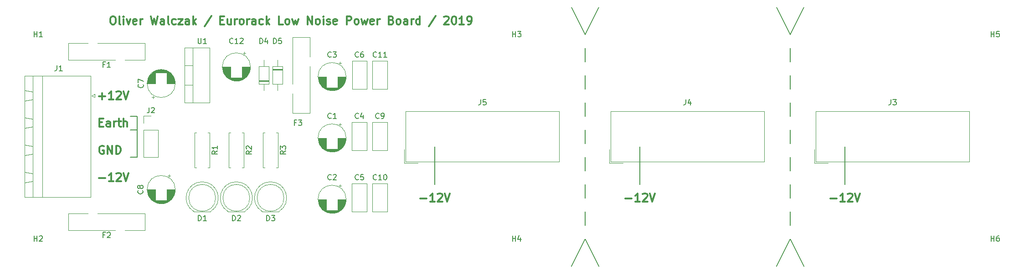
<source format=gbr>
G04 #@! TF.GenerationSoftware,KiCad,Pcbnew,(5.0.2)-1*
G04 #@! TF.CreationDate,2018-12-31T15:38:33+01:00*
G04 #@! TF.ProjectId,EuroRack_LowNoisePowerPCB,4575726f-5261-4636-9b5f-4c6f774e6f69,rev?*
G04 #@! TF.SameCoordinates,Original*
G04 #@! TF.FileFunction,Legend,Top*
G04 #@! TF.FilePolarity,Positive*
%FSLAX46Y46*%
G04 Gerber Fmt 4.6, Leading zero omitted, Abs format (unit mm)*
G04 Created by KiCad (PCBNEW (5.0.2)-1) date 31/12/2018 15:38:33*
%MOMM*%
%LPD*%
G01*
G04 APERTURE LIST*
%ADD10C,0.200000*%
%ADD11C,0.300000*%
%ADD12C,0.120000*%
%ADD13C,0.150000*%
G04 APERTURE END LIST*
D10*
X177800000Y-139700000D02*
X175260000Y-144780000D01*
X177800000Y-139700000D02*
X180340000Y-144780000D01*
X139700000Y-139700000D02*
X137160000Y-144780000D01*
X139700000Y-139700000D02*
X142240000Y-144780000D01*
X177800000Y-101600000D02*
X175260000Y-96520000D01*
X177800000Y-101600000D02*
X180340000Y-96520000D01*
X139700000Y-101600000D02*
X142240000Y-96520000D01*
X137160000Y-96520000D02*
X139700000Y-101600000D01*
X177800000Y-134620000D02*
X177800000Y-137160000D01*
X177800000Y-129540000D02*
X177800000Y-132080000D01*
X177800000Y-124460000D02*
X177800000Y-127000000D01*
X177800000Y-119380000D02*
X177800000Y-121920000D01*
X177800000Y-114300000D02*
X177800000Y-116840000D01*
X177800000Y-109220000D02*
X177800000Y-111760000D01*
X177800000Y-104140000D02*
X177800000Y-106680000D01*
X139700000Y-106680000D02*
X139700000Y-104140000D01*
X139700000Y-111760000D02*
X139700000Y-109220000D01*
X139700000Y-116840000D02*
X139700000Y-114300000D01*
X139700000Y-121920000D02*
X139700000Y-119380000D01*
X139700000Y-127000000D02*
X139700000Y-124460000D01*
X139700000Y-132080000D02*
X139700000Y-129540000D01*
X139700000Y-137160000D02*
X139700000Y-134620000D01*
D11*
X49427142Y-128377142D02*
X50570000Y-128377142D01*
X52070000Y-128948571D02*
X51212857Y-128948571D01*
X51641428Y-128948571D02*
X51641428Y-127448571D01*
X51498571Y-127662857D01*
X51355714Y-127805714D01*
X51212857Y-127877142D01*
X52641428Y-127591428D02*
X52712857Y-127520000D01*
X52855714Y-127448571D01*
X53212857Y-127448571D01*
X53355714Y-127520000D01*
X53427142Y-127591428D01*
X53498571Y-127734285D01*
X53498571Y-127877142D01*
X53427142Y-128091428D01*
X52570000Y-128948571D01*
X53498571Y-128948571D01*
X53927142Y-127448571D02*
X54427142Y-128948571D01*
X54927142Y-127448571D01*
X49427142Y-113137142D02*
X50570000Y-113137142D01*
X49998571Y-113708571D02*
X49998571Y-112565714D01*
X52070000Y-113708571D02*
X51212857Y-113708571D01*
X51641428Y-113708571D02*
X51641428Y-112208571D01*
X51498571Y-112422857D01*
X51355714Y-112565714D01*
X51212857Y-112637142D01*
X52641428Y-112351428D02*
X52712857Y-112280000D01*
X52855714Y-112208571D01*
X53212857Y-112208571D01*
X53355714Y-112280000D01*
X53427142Y-112351428D01*
X53498571Y-112494285D01*
X53498571Y-112637142D01*
X53427142Y-112851428D01*
X52570000Y-113708571D01*
X53498571Y-113708571D01*
X53927142Y-112208571D02*
X54427142Y-113708571D01*
X54927142Y-112208571D01*
X185317142Y-132187142D02*
X186460000Y-132187142D01*
X187960000Y-132758571D02*
X187102857Y-132758571D01*
X187531428Y-132758571D02*
X187531428Y-131258571D01*
X187388571Y-131472857D01*
X187245714Y-131615714D01*
X187102857Y-131687142D01*
X188531428Y-131401428D02*
X188602857Y-131330000D01*
X188745714Y-131258571D01*
X189102857Y-131258571D01*
X189245714Y-131330000D01*
X189317142Y-131401428D01*
X189388571Y-131544285D01*
X189388571Y-131687142D01*
X189317142Y-131901428D01*
X188460000Y-132758571D01*
X189388571Y-132758571D01*
X189817142Y-131258571D02*
X190317142Y-132758571D01*
X190817142Y-131258571D01*
X147217142Y-132187142D02*
X148360000Y-132187142D01*
X149860000Y-132758571D02*
X149002857Y-132758571D01*
X149431428Y-132758571D02*
X149431428Y-131258571D01*
X149288571Y-131472857D01*
X149145714Y-131615714D01*
X149002857Y-131687142D01*
X150431428Y-131401428D02*
X150502857Y-131330000D01*
X150645714Y-131258571D01*
X151002857Y-131258571D01*
X151145714Y-131330000D01*
X151217142Y-131401428D01*
X151288571Y-131544285D01*
X151288571Y-131687142D01*
X151217142Y-131901428D01*
X150360000Y-132758571D01*
X151288571Y-132758571D01*
X151717142Y-131258571D02*
X152217142Y-132758571D01*
X152717142Y-131258571D01*
X109117142Y-132187142D02*
X110260000Y-132187142D01*
X111760000Y-132758571D02*
X110902857Y-132758571D01*
X111331428Y-132758571D02*
X111331428Y-131258571D01*
X111188571Y-131472857D01*
X111045714Y-131615714D01*
X110902857Y-131687142D01*
X112331428Y-131401428D02*
X112402857Y-131330000D01*
X112545714Y-131258571D01*
X112902857Y-131258571D01*
X113045714Y-131330000D01*
X113117142Y-131401428D01*
X113188571Y-131544285D01*
X113188571Y-131687142D01*
X113117142Y-131901428D01*
X112260000Y-132758571D01*
X113188571Y-132758571D01*
X113617142Y-131258571D02*
X114117142Y-132758571D01*
X114617142Y-131258571D01*
D10*
X187960000Y-122555000D02*
X187960000Y-129540000D01*
X149860000Y-122555000D02*
X149860000Y-129540000D01*
X111760000Y-122555000D02*
X111760000Y-129540000D01*
D11*
X50292142Y-122440000D02*
X50149285Y-122368571D01*
X49935000Y-122368571D01*
X49720714Y-122440000D01*
X49577857Y-122582857D01*
X49506428Y-122725714D01*
X49435000Y-123011428D01*
X49435000Y-123225714D01*
X49506428Y-123511428D01*
X49577857Y-123654285D01*
X49720714Y-123797142D01*
X49935000Y-123868571D01*
X50077857Y-123868571D01*
X50292142Y-123797142D01*
X50363571Y-123725714D01*
X50363571Y-123225714D01*
X50077857Y-123225714D01*
X51006428Y-123868571D02*
X51006428Y-122368571D01*
X51863571Y-123868571D01*
X51863571Y-122368571D01*
X52577857Y-123868571D02*
X52577857Y-122368571D01*
X52935000Y-122368571D01*
X53149285Y-122440000D01*
X53292142Y-122582857D01*
X53363571Y-122725714D01*
X53435000Y-123011428D01*
X53435000Y-123225714D01*
X53363571Y-123511428D01*
X53292142Y-123654285D01*
X53149285Y-123797142D01*
X52935000Y-123868571D01*
X52577857Y-123868571D01*
X49498571Y-118002857D02*
X49998571Y-118002857D01*
X50212857Y-118788571D02*
X49498571Y-118788571D01*
X49498571Y-117288571D01*
X50212857Y-117288571D01*
X51498571Y-118788571D02*
X51498571Y-118002857D01*
X51427142Y-117860000D01*
X51284285Y-117788571D01*
X50998571Y-117788571D01*
X50855714Y-117860000D01*
X51498571Y-118717142D02*
X51355714Y-118788571D01*
X50998571Y-118788571D01*
X50855714Y-118717142D01*
X50784285Y-118574285D01*
X50784285Y-118431428D01*
X50855714Y-118288571D01*
X50998571Y-118217142D01*
X51355714Y-118217142D01*
X51498571Y-118145714D01*
X52212857Y-118788571D02*
X52212857Y-117788571D01*
X52212857Y-118074285D02*
X52284285Y-117931428D01*
X52355714Y-117860000D01*
X52498571Y-117788571D01*
X52641428Y-117788571D01*
X52927142Y-117788571D02*
X53498571Y-117788571D01*
X53141428Y-117288571D02*
X53141428Y-118574285D01*
X53212857Y-118717142D01*
X53355714Y-118788571D01*
X53498571Y-118788571D01*
X53998571Y-118788571D02*
X53998571Y-117288571D01*
X54641428Y-118788571D02*
X54641428Y-118002857D01*
X54570000Y-117860000D01*
X54427142Y-117788571D01*
X54212857Y-117788571D01*
X54070000Y-117860000D01*
X53998571Y-117931428D01*
D10*
X56515000Y-116840000D02*
X56515000Y-119380000D01*
X55245000Y-116840000D02*
X56515000Y-116840000D01*
X56515000Y-124460000D02*
X55245000Y-124460000D01*
X56515000Y-119380000D02*
X56515000Y-124460000D01*
X55245000Y-119380000D02*
X56515000Y-119380000D01*
D11*
X51875714Y-98238571D02*
X52161428Y-98238571D01*
X52304285Y-98310000D01*
X52447142Y-98452857D01*
X52518571Y-98738571D01*
X52518571Y-99238571D01*
X52447142Y-99524285D01*
X52304285Y-99667142D01*
X52161428Y-99738571D01*
X51875714Y-99738571D01*
X51732857Y-99667142D01*
X51590000Y-99524285D01*
X51518571Y-99238571D01*
X51518571Y-98738571D01*
X51590000Y-98452857D01*
X51732857Y-98310000D01*
X51875714Y-98238571D01*
X53375714Y-99738571D02*
X53232857Y-99667142D01*
X53161428Y-99524285D01*
X53161428Y-98238571D01*
X53947142Y-99738571D02*
X53947142Y-98738571D01*
X53947142Y-98238571D02*
X53875714Y-98310000D01*
X53947142Y-98381428D01*
X54018571Y-98310000D01*
X53947142Y-98238571D01*
X53947142Y-98381428D01*
X54518571Y-98738571D02*
X54875714Y-99738571D01*
X55232857Y-98738571D01*
X56375714Y-99667142D02*
X56232857Y-99738571D01*
X55947142Y-99738571D01*
X55804285Y-99667142D01*
X55732857Y-99524285D01*
X55732857Y-98952857D01*
X55804285Y-98810000D01*
X55947142Y-98738571D01*
X56232857Y-98738571D01*
X56375714Y-98810000D01*
X56447142Y-98952857D01*
X56447142Y-99095714D01*
X55732857Y-99238571D01*
X57090000Y-99738571D02*
X57090000Y-98738571D01*
X57090000Y-99024285D02*
X57161428Y-98881428D01*
X57232857Y-98810000D01*
X57375714Y-98738571D01*
X57518571Y-98738571D01*
X59018571Y-98238571D02*
X59375714Y-99738571D01*
X59661428Y-98667142D01*
X59947142Y-99738571D01*
X60304285Y-98238571D01*
X61518571Y-99738571D02*
X61518571Y-98952857D01*
X61447142Y-98810000D01*
X61304285Y-98738571D01*
X61018571Y-98738571D01*
X60875714Y-98810000D01*
X61518571Y-99667142D02*
X61375714Y-99738571D01*
X61018571Y-99738571D01*
X60875714Y-99667142D01*
X60804285Y-99524285D01*
X60804285Y-99381428D01*
X60875714Y-99238571D01*
X61018571Y-99167142D01*
X61375714Y-99167142D01*
X61518571Y-99095714D01*
X62447142Y-99738571D02*
X62304285Y-99667142D01*
X62232857Y-99524285D01*
X62232857Y-98238571D01*
X63661428Y-99667142D02*
X63518571Y-99738571D01*
X63232857Y-99738571D01*
X63090000Y-99667142D01*
X63018571Y-99595714D01*
X62947142Y-99452857D01*
X62947142Y-99024285D01*
X63018571Y-98881428D01*
X63090000Y-98810000D01*
X63232857Y-98738571D01*
X63518571Y-98738571D01*
X63661428Y-98810000D01*
X64161428Y-98738571D02*
X64947142Y-98738571D01*
X64161428Y-99738571D01*
X64947142Y-99738571D01*
X66161428Y-99738571D02*
X66161428Y-98952857D01*
X66090000Y-98810000D01*
X65947142Y-98738571D01*
X65661428Y-98738571D01*
X65518571Y-98810000D01*
X66161428Y-99667142D02*
X66018571Y-99738571D01*
X65661428Y-99738571D01*
X65518571Y-99667142D01*
X65447142Y-99524285D01*
X65447142Y-99381428D01*
X65518571Y-99238571D01*
X65661428Y-99167142D01*
X66018571Y-99167142D01*
X66161428Y-99095714D01*
X66875714Y-99738571D02*
X66875714Y-98238571D01*
X67018571Y-99167142D02*
X67447142Y-99738571D01*
X67447142Y-98738571D02*
X66875714Y-99310000D01*
X70304285Y-98167142D02*
X69018571Y-100095714D01*
X71947142Y-98952857D02*
X72447142Y-98952857D01*
X72661428Y-99738571D02*
X71947142Y-99738571D01*
X71947142Y-98238571D01*
X72661428Y-98238571D01*
X73947142Y-98738571D02*
X73947142Y-99738571D01*
X73304285Y-98738571D02*
X73304285Y-99524285D01*
X73375714Y-99667142D01*
X73518571Y-99738571D01*
X73732857Y-99738571D01*
X73875714Y-99667142D01*
X73947142Y-99595714D01*
X74661428Y-99738571D02*
X74661428Y-98738571D01*
X74661428Y-99024285D02*
X74732857Y-98881428D01*
X74804285Y-98810000D01*
X74947142Y-98738571D01*
X75090000Y-98738571D01*
X75804285Y-99738571D02*
X75661428Y-99667142D01*
X75590000Y-99595714D01*
X75518571Y-99452857D01*
X75518571Y-99024285D01*
X75590000Y-98881428D01*
X75661428Y-98810000D01*
X75804285Y-98738571D01*
X76018571Y-98738571D01*
X76161428Y-98810000D01*
X76232857Y-98881428D01*
X76304285Y-99024285D01*
X76304285Y-99452857D01*
X76232857Y-99595714D01*
X76161428Y-99667142D01*
X76018571Y-99738571D01*
X75804285Y-99738571D01*
X76947142Y-99738571D02*
X76947142Y-98738571D01*
X76947142Y-99024285D02*
X77018571Y-98881428D01*
X77090000Y-98810000D01*
X77232857Y-98738571D01*
X77375714Y-98738571D01*
X78518571Y-99738571D02*
X78518571Y-98952857D01*
X78447142Y-98810000D01*
X78304285Y-98738571D01*
X78018571Y-98738571D01*
X77875714Y-98810000D01*
X78518571Y-99667142D02*
X78375714Y-99738571D01*
X78018571Y-99738571D01*
X77875714Y-99667142D01*
X77804285Y-99524285D01*
X77804285Y-99381428D01*
X77875714Y-99238571D01*
X78018571Y-99167142D01*
X78375714Y-99167142D01*
X78518571Y-99095714D01*
X79875714Y-99667142D02*
X79732857Y-99738571D01*
X79447142Y-99738571D01*
X79304285Y-99667142D01*
X79232857Y-99595714D01*
X79161428Y-99452857D01*
X79161428Y-99024285D01*
X79232857Y-98881428D01*
X79304285Y-98810000D01*
X79447142Y-98738571D01*
X79732857Y-98738571D01*
X79875714Y-98810000D01*
X80518571Y-99738571D02*
X80518571Y-98238571D01*
X80661428Y-99167142D02*
X81090000Y-99738571D01*
X81090000Y-98738571D02*
X80518571Y-99310000D01*
X83590000Y-99738571D02*
X82875714Y-99738571D01*
X82875714Y-98238571D01*
X84304285Y-99738571D02*
X84161428Y-99667142D01*
X84090000Y-99595714D01*
X84018571Y-99452857D01*
X84018571Y-99024285D01*
X84090000Y-98881428D01*
X84161428Y-98810000D01*
X84304285Y-98738571D01*
X84518571Y-98738571D01*
X84661428Y-98810000D01*
X84732857Y-98881428D01*
X84804285Y-99024285D01*
X84804285Y-99452857D01*
X84732857Y-99595714D01*
X84661428Y-99667142D01*
X84518571Y-99738571D01*
X84304285Y-99738571D01*
X85304285Y-98738571D02*
X85590000Y-99738571D01*
X85875714Y-99024285D01*
X86161428Y-99738571D01*
X86447142Y-98738571D01*
X88161428Y-99738571D02*
X88161428Y-98238571D01*
X89018571Y-99738571D01*
X89018571Y-98238571D01*
X89947142Y-99738571D02*
X89804285Y-99667142D01*
X89732857Y-99595714D01*
X89661428Y-99452857D01*
X89661428Y-99024285D01*
X89732857Y-98881428D01*
X89804285Y-98810000D01*
X89947142Y-98738571D01*
X90161428Y-98738571D01*
X90304285Y-98810000D01*
X90375714Y-98881428D01*
X90447142Y-99024285D01*
X90447142Y-99452857D01*
X90375714Y-99595714D01*
X90304285Y-99667142D01*
X90161428Y-99738571D01*
X89947142Y-99738571D01*
X91090000Y-99738571D02*
X91090000Y-98738571D01*
X91090000Y-98238571D02*
X91018571Y-98310000D01*
X91090000Y-98381428D01*
X91161428Y-98310000D01*
X91090000Y-98238571D01*
X91090000Y-98381428D01*
X91732857Y-99667142D02*
X91875714Y-99738571D01*
X92161428Y-99738571D01*
X92304285Y-99667142D01*
X92375714Y-99524285D01*
X92375714Y-99452857D01*
X92304285Y-99310000D01*
X92161428Y-99238571D01*
X91947142Y-99238571D01*
X91804285Y-99167142D01*
X91732857Y-99024285D01*
X91732857Y-98952857D01*
X91804285Y-98810000D01*
X91947142Y-98738571D01*
X92161428Y-98738571D01*
X92304285Y-98810000D01*
X93590000Y-99667142D02*
X93447142Y-99738571D01*
X93161428Y-99738571D01*
X93018571Y-99667142D01*
X92947142Y-99524285D01*
X92947142Y-98952857D01*
X93018571Y-98810000D01*
X93161428Y-98738571D01*
X93447142Y-98738571D01*
X93590000Y-98810000D01*
X93661428Y-98952857D01*
X93661428Y-99095714D01*
X92947142Y-99238571D01*
X95447142Y-99738571D02*
X95447142Y-98238571D01*
X96018571Y-98238571D01*
X96161428Y-98310000D01*
X96232857Y-98381428D01*
X96304285Y-98524285D01*
X96304285Y-98738571D01*
X96232857Y-98881428D01*
X96161428Y-98952857D01*
X96018571Y-99024285D01*
X95447142Y-99024285D01*
X97161428Y-99738571D02*
X97018571Y-99667142D01*
X96947142Y-99595714D01*
X96875714Y-99452857D01*
X96875714Y-99024285D01*
X96947142Y-98881428D01*
X97018571Y-98810000D01*
X97161428Y-98738571D01*
X97375714Y-98738571D01*
X97518571Y-98810000D01*
X97590000Y-98881428D01*
X97661428Y-99024285D01*
X97661428Y-99452857D01*
X97590000Y-99595714D01*
X97518571Y-99667142D01*
X97375714Y-99738571D01*
X97161428Y-99738571D01*
X98161428Y-98738571D02*
X98447142Y-99738571D01*
X98732857Y-99024285D01*
X99018571Y-99738571D01*
X99304285Y-98738571D01*
X100447142Y-99667142D02*
X100304285Y-99738571D01*
X100018571Y-99738571D01*
X99875714Y-99667142D01*
X99804285Y-99524285D01*
X99804285Y-98952857D01*
X99875714Y-98810000D01*
X100018571Y-98738571D01*
X100304285Y-98738571D01*
X100447142Y-98810000D01*
X100518571Y-98952857D01*
X100518571Y-99095714D01*
X99804285Y-99238571D01*
X101161428Y-99738571D02*
X101161428Y-98738571D01*
X101161428Y-99024285D02*
X101232857Y-98881428D01*
X101304285Y-98810000D01*
X101447142Y-98738571D01*
X101590000Y-98738571D01*
X103732857Y-98952857D02*
X103947142Y-99024285D01*
X104018571Y-99095714D01*
X104090000Y-99238571D01*
X104090000Y-99452857D01*
X104018571Y-99595714D01*
X103947142Y-99667142D01*
X103804285Y-99738571D01*
X103232857Y-99738571D01*
X103232857Y-98238571D01*
X103732857Y-98238571D01*
X103875714Y-98310000D01*
X103947142Y-98381428D01*
X104018571Y-98524285D01*
X104018571Y-98667142D01*
X103947142Y-98810000D01*
X103875714Y-98881428D01*
X103732857Y-98952857D01*
X103232857Y-98952857D01*
X104947142Y-99738571D02*
X104804285Y-99667142D01*
X104732857Y-99595714D01*
X104661428Y-99452857D01*
X104661428Y-99024285D01*
X104732857Y-98881428D01*
X104804285Y-98810000D01*
X104947142Y-98738571D01*
X105161428Y-98738571D01*
X105304285Y-98810000D01*
X105375714Y-98881428D01*
X105447142Y-99024285D01*
X105447142Y-99452857D01*
X105375714Y-99595714D01*
X105304285Y-99667142D01*
X105161428Y-99738571D01*
X104947142Y-99738571D01*
X106732857Y-99738571D02*
X106732857Y-98952857D01*
X106661428Y-98810000D01*
X106518571Y-98738571D01*
X106232857Y-98738571D01*
X106090000Y-98810000D01*
X106732857Y-99667142D02*
X106590000Y-99738571D01*
X106232857Y-99738571D01*
X106090000Y-99667142D01*
X106018571Y-99524285D01*
X106018571Y-99381428D01*
X106090000Y-99238571D01*
X106232857Y-99167142D01*
X106590000Y-99167142D01*
X106732857Y-99095714D01*
X107447142Y-99738571D02*
X107447142Y-98738571D01*
X107447142Y-99024285D02*
X107518571Y-98881428D01*
X107590000Y-98810000D01*
X107732857Y-98738571D01*
X107875714Y-98738571D01*
X109018571Y-99738571D02*
X109018571Y-98238571D01*
X109018571Y-99667142D02*
X108875714Y-99738571D01*
X108590000Y-99738571D01*
X108447142Y-99667142D01*
X108375714Y-99595714D01*
X108304285Y-99452857D01*
X108304285Y-99024285D01*
X108375714Y-98881428D01*
X108447142Y-98810000D01*
X108590000Y-98738571D01*
X108875714Y-98738571D01*
X109018571Y-98810000D01*
X111947142Y-98167142D02*
X110661428Y-100095714D01*
X113518571Y-98381428D02*
X113590000Y-98310000D01*
X113732857Y-98238571D01*
X114090000Y-98238571D01*
X114232857Y-98310000D01*
X114304285Y-98381428D01*
X114375714Y-98524285D01*
X114375714Y-98667142D01*
X114304285Y-98881428D01*
X113447142Y-99738571D01*
X114375714Y-99738571D01*
X115304285Y-98238571D02*
X115447142Y-98238571D01*
X115590000Y-98310000D01*
X115661428Y-98381428D01*
X115732857Y-98524285D01*
X115804285Y-98810000D01*
X115804285Y-99167142D01*
X115732857Y-99452857D01*
X115661428Y-99595714D01*
X115590000Y-99667142D01*
X115447142Y-99738571D01*
X115304285Y-99738571D01*
X115161428Y-99667142D01*
X115090000Y-99595714D01*
X115018571Y-99452857D01*
X114947142Y-99167142D01*
X114947142Y-98810000D01*
X115018571Y-98524285D01*
X115090000Y-98381428D01*
X115161428Y-98310000D01*
X115304285Y-98238571D01*
X117232857Y-99738571D02*
X116375714Y-99738571D01*
X116804285Y-99738571D02*
X116804285Y-98238571D01*
X116661428Y-98452857D01*
X116518571Y-98595714D01*
X116375714Y-98667142D01*
X117947142Y-99738571D02*
X118232857Y-99738571D01*
X118375714Y-99667142D01*
X118447142Y-99595714D01*
X118590000Y-99381428D01*
X118661428Y-99095714D01*
X118661428Y-98524285D01*
X118590000Y-98381428D01*
X118518571Y-98310000D01*
X118375714Y-98238571D01*
X118090000Y-98238571D01*
X117947142Y-98310000D01*
X117875714Y-98381428D01*
X117804285Y-98524285D01*
X117804285Y-98881428D01*
X117875714Y-99024285D01*
X117947142Y-99095714D01*
X118090000Y-99167142D01*
X118375714Y-99167142D01*
X118518571Y-99095714D01*
X118590000Y-99024285D01*
X118661428Y-98881428D01*
D12*
G04 #@! TO.C,C1*
X94435000Y-118365225D02*
X93935000Y-118365225D01*
X94185000Y-118115225D02*
X94185000Y-118615225D01*
X92994000Y-123521000D02*
X92426000Y-123521000D01*
X93228000Y-123481000D02*
X92192000Y-123481000D01*
X93387000Y-123441000D02*
X92033000Y-123441000D01*
X93515000Y-123401000D02*
X91905000Y-123401000D01*
X93625000Y-123361000D02*
X91795000Y-123361000D01*
X93721000Y-123321000D02*
X91699000Y-123321000D01*
X93808000Y-123281000D02*
X91612000Y-123281000D01*
X93888000Y-123241000D02*
X91532000Y-123241000D01*
X93961000Y-123201000D02*
X91459000Y-123201000D01*
X94029000Y-123161000D02*
X91391000Y-123161000D01*
X94093000Y-123121000D02*
X91327000Y-123121000D01*
X94153000Y-123081000D02*
X91267000Y-123081000D01*
X94210000Y-123041000D02*
X91210000Y-123041000D01*
X94264000Y-123001000D02*
X91156000Y-123001000D01*
X94315000Y-122961000D02*
X91105000Y-122961000D01*
X91670000Y-122921000D02*
X91057000Y-122921000D01*
X94363000Y-122921000D02*
X93750000Y-122921000D01*
X91670000Y-122881000D02*
X91011000Y-122881000D01*
X94409000Y-122881000D02*
X93750000Y-122881000D01*
X91670000Y-122841000D02*
X90967000Y-122841000D01*
X94453000Y-122841000D02*
X93750000Y-122841000D01*
X91670000Y-122801000D02*
X90925000Y-122801000D01*
X94495000Y-122801000D02*
X93750000Y-122801000D01*
X91670000Y-122761000D02*
X90884000Y-122761000D01*
X94536000Y-122761000D02*
X93750000Y-122761000D01*
X91670000Y-122721000D02*
X90846000Y-122721000D01*
X94574000Y-122721000D02*
X93750000Y-122721000D01*
X91670000Y-122681000D02*
X90809000Y-122681000D01*
X94611000Y-122681000D02*
X93750000Y-122681000D01*
X91670000Y-122641000D02*
X90773000Y-122641000D01*
X94647000Y-122641000D02*
X93750000Y-122641000D01*
X91670000Y-122601000D02*
X90739000Y-122601000D01*
X94681000Y-122601000D02*
X93750000Y-122601000D01*
X91670000Y-122561000D02*
X90706000Y-122561000D01*
X94714000Y-122561000D02*
X93750000Y-122561000D01*
X91670000Y-122521000D02*
X90675000Y-122521000D01*
X94745000Y-122521000D02*
X93750000Y-122521000D01*
X91670000Y-122481000D02*
X90645000Y-122481000D01*
X94775000Y-122481000D02*
X93750000Y-122481000D01*
X91670000Y-122441000D02*
X90615000Y-122441000D01*
X94805000Y-122441000D02*
X93750000Y-122441000D01*
X91670000Y-122401000D02*
X90588000Y-122401000D01*
X94832000Y-122401000D02*
X93750000Y-122401000D01*
X91670000Y-122361000D02*
X90561000Y-122361000D01*
X94859000Y-122361000D02*
X93750000Y-122361000D01*
X91670000Y-122321000D02*
X90535000Y-122321000D01*
X94885000Y-122321000D02*
X93750000Y-122321000D01*
X91670000Y-122281000D02*
X90510000Y-122281000D01*
X94910000Y-122281000D02*
X93750000Y-122281000D01*
X91670000Y-122241000D02*
X90486000Y-122241000D01*
X94934000Y-122241000D02*
X93750000Y-122241000D01*
X91670000Y-122201000D02*
X90463000Y-122201000D01*
X94957000Y-122201000D02*
X93750000Y-122201000D01*
X91670000Y-122161000D02*
X90442000Y-122161000D01*
X94978000Y-122161000D02*
X93750000Y-122161000D01*
X91670000Y-122121000D02*
X90420000Y-122121000D01*
X95000000Y-122121000D02*
X93750000Y-122121000D01*
X91670000Y-122081000D02*
X90400000Y-122081000D01*
X95020000Y-122081000D02*
X93750000Y-122081000D01*
X91670000Y-122041000D02*
X90381000Y-122041000D01*
X95039000Y-122041000D02*
X93750000Y-122041000D01*
X91670000Y-122001000D02*
X90362000Y-122001000D01*
X95058000Y-122001000D02*
X93750000Y-122001000D01*
X91670000Y-121961000D02*
X90345000Y-121961000D01*
X95075000Y-121961000D02*
X93750000Y-121961000D01*
X91670000Y-121921000D02*
X90328000Y-121921000D01*
X95092000Y-121921000D02*
X93750000Y-121921000D01*
X91670000Y-121881000D02*
X90312000Y-121881000D01*
X95108000Y-121881000D02*
X93750000Y-121881000D01*
X91670000Y-121841000D02*
X90296000Y-121841000D01*
X95124000Y-121841000D02*
X93750000Y-121841000D01*
X91670000Y-121801000D02*
X90282000Y-121801000D01*
X95138000Y-121801000D02*
X93750000Y-121801000D01*
X91670000Y-121761000D02*
X90268000Y-121761000D01*
X95152000Y-121761000D02*
X93750000Y-121761000D01*
X91670000Y-121721000D02*
X90255000Y-121721000D01*
X95165000Y-121721000D02*
X93750000Y-121721000D01*
X91670000Y-121681000D02*
X90242000Y-121681000D01*
X95178000Y-121681000D02*
X93750000Y-121681000D01*
X91670000Y-121641000D02*
X90230000Y-121641000D01*
X95190000Y-121641000D02*
X93750000Y-121641000D01*
X91670000Y-121600000D02*
X90219000Y-121600000D01*
X95201000Y-121600000D02*
X93750000Y-121600000D01*
X91670000Y-121560000D02*
X90209000Y-121560000D01*
X95211000Y-121560000D02*
X93750000Y-121560000D01*
X91670000Y-121520000D02*
X90199000Y-121520000D01*
X95221000Y-121520000D02*
X93750000Y-121520000D01*
X91670000Y-121480000D02*
X90190000Y-121480000D01*
X95230000Y-121480000D02*
X93750000Y-121480000D01*
X91670000Y-121440000D02*
X90182000Y-121440000D01*
X95238000Y-121440000D02*
X93750000Y-121440000D01*
X91670000Y-121400000D02*
X90174000Y-121400000D01*
X95246000Y-121400000D02*
X93750000Y-121400000D01*
X91670000Y-121360000D02*
X90167000Y-121360000D01*
X95253000Y-121360000D02*
X93750000Y-121360000D01*
X91670000Y-121320000D02*
X90160000Y-121320000D01*
X95260000Y-121320000D02*
X93750000Y-121320000D01*
X91670000Y-121280000D02*
X90154000Y-121280000D01*
X95266000Y-121280000D02*
X93750000Y-121280000D01*
X91670000Y-121240000D02*
X90149000Y-121240000D01*
X95271000Y-121240000D02*
X93750000Y-121240000D01*
X91670000Y-121200000D02*
X90145000Y-121200000D01*
X95275000Y-121200000D02*
X93750000Y-121200000D01*
X91670000Y-121160000D02*
X90141000Y-121160000D01*
X95279000Y-121160000D02*
X93750000Y-121160000D01*
X91670000Y-121120000D02*
X90137000Y-121120000D01*
X95283000Y-121120000D02*
X93750000Y-121120000D01*
X91670000Y-121080000D02*
X90134000Y-121080000D01*
X95286000Y-121080000D02*
X93750000Y-121080000D01*
X91670000Y-121040000D02*
X90132000Y-121040000D01*
X95288000Y-121040000D02*
X93750000Y-121040000D01*
X91670000Y-121000000D02*
X90131000Y-121000000D01*
X95289000Y-121000000D02*
X93750000Y-121000000D01*
X95290000Y-120960000D02*
X93750000Y-120960000D01*
X91670000Y-120960000D02*
X90130000Y-120960000D01*
X95290000Y-120920000D02*
X93750000Y-120920000D01*
X91670000Y-120920000D02*
X90130000Y-120920000D01*
X95330000Y-120920000D02*
G75*
G03X95330000Y-120920000I-2620000J0D01*
G01*
G04 #@! TO.C,C2*
X95330000Y-132350000D02*
G75*
G03X95330000Y-132350000I-2620000J0D01*
G01*
X91670000Y-132350000D02*
X90130000Y-132350000D01*
X95290000Y-132350000D02*
X93750000Y-132350000D01*
X91670000Y-132390000D02*
X90130000Y-132390000D01*
X95290000Y-132390000D02*
X93750000Y-132390000D01*
X95289000Y-132430000D02*
X93750000Y-132430000D01*
X91670000Y-132430000D02*
X90131000Y-132430000D01*
X95288000Y-132470000D02*
X93750000Y-132470000D01*
X91670000Y-132470000D02*
X90132000Y-132470000D01*
X95286000Y-132510000D02*
X93750000Y-132510000D01*
X91670000Y-132510000D02*
X90134000Y-132510000D01*
X95283000Y-132550000D02*
X93750000Y-132550000D01*
X91670000Y-132550000D02*
X90137000Y-132550000D01*
X95279000Y-132590000D02*
X93750000Y-132590000D01*
X91670000Y-132590000D02*
X90141000Y-132590000D01*
X95275000Y-132630000D02*
X93750000Y-132630000D01*
X91670000Y-132630000D02*
X90145000Y-132630000D01*
X95271000Y-132670000D02*
X93750000Y-132670000D01*
X91670000Y-132670000D02*
X90149000Y-132670000D01*
X95266000Y-132710000D02*
X93750000Y-132710000D01*
X91670000Y-132710000D02*
X90154000Y-132710000D01*
X95260000Y-132750000D02*
X93750000Y-132750000D01*
X91670000Y-132750000D02*
X90160000Y-132750000D01*
X95253000Y-132790000D02*
X93750000Y-132790000D01*
X91670000Y-132790000D02*
X90167000Y-132790000D01*
X95246000Y-132830000D02*
X93750000Y-132830000D01*
X91670000Y-132830000D02*
X90174000Y-132830000D01*
X95238000Y-132870000D02*
X93750000Y-132870000D01*
X91670000Y-132870000D02*
X90182000Y-132870000D01*
X95230000Y-132910000D02*
X93750000Y-132910000D01*
X91670000Y-132910000D02*
X90190000Y-132910000D01*
X95221000Y-132950000D02*
X93750000Y-132950000D01*
X91670000Y-132950000D02*
X90199000Y-132950000D01*
X95211000Y-132990000D02*
X93750000Y-132990000D01*
X91670000Y-132990000D02*
X90209000Y-132990000D01*
X95201000Y-133030000D02*
X93750000Y-133030000D01*
X91670000Y-133030000D02*
X90219000Y-133030000D01*
X95190000Y-133071000D02*
X93750000Y-133071000D01*
X91670000Y-133071000D02*
X90230000Y-133071000D01*
X95178000Y-133111000D02*
X93750000Y-133111000D01*
X91670000Y-133111000D02*
X90242000Y-133111000D01*
X95165000Y-133151000D02*
X93750000Y-133151000D01*
X91670000Y-133151000D02*
X90255000Y-133151000D01*
X95152000Y-133191000D02*
X93750000Y-133191000D01*
X91670000Y-133191000D02*
X90268000Y-133191000D01*
X95138000Y-133231000D02*
X93750000Y-133231000D01*
X91670000Y-133231000D02*
X90282000Y-133231000D01*
X95124000Y-133271000D02*
X93750000Y-133271000D01*
X91670000Y-133271000D02*
X90296000Y-133271000D01*
X95108000Y-133311000D02*
X93750000Y-133311000D01*
X91670000Y-133311000D02*
X90312000Y-133311000D01*
X95092000Y-133351000D02*
X93750000Y-133351000D01*
X91670000Y-133351000D02*
X90328000Y-133351000D01*
X95075000Y-133391000D02*
X93750000Y-133391000D01*
X91670000Y-133391000D02*
X90345000Y-133391000D01*
X95058000Y-133431000D02*
X93750000Y-133431000D01*
X91670000Y-133431000D02*
X90362000Y-133431000D01*
X95039000Y-133471000D02*
X93750000Y-133471000D01*
X91670000Y-133471000D02*
X90381000Y-133471000D01*
X95020000Y-133511000D02*
X93750000Y-133511000D01*
X91670000Y-133511000D02*
X90400000Y-133511000D01*
X95000000Y-133551000D02*
X93750000Y-133551000D01*
X91670000Y-133551000D02*
X90420000Y-133551000D01*
X94978000Y-133591000D02*
X93750000Y-133591000D01*
X91670000Y-133591000D02*
X90442000Y-133591000D01*
X94957000Y-133631000D02*
X93750000Y-133631000D01*
X91670000Y-133631000D02*
X90463000Y-133631000D01*
X94934000Y-133671000D02*
X93750000Y-133671000D01*
X91670000Y-133671000D02*
X90486000Y-133671000D01*
X94910000Y-133711000D02*
X93750000Y-133711000D01*
X91670000Y-133711000D02*
X90510000Y-133711000D01*
X94885000Y-133751000D02*
X93750000Y-133751000D01*
X91670000Y-133751000D02*
X90535000Y-133751000D01*
X94859000Y-133791000D02*
X93750000Y-133791000D01*
X91670000Y-133791000D02*
X90561000Y-133791000D01*
X94832000Y-133831000D02*
X93750000Y-133831000D01*
X91670000Y-133831000D02*
X90588000Y-133831000D01*
X94805000Y-133871000D02*
X93750000Y-133871000D01*
X91670000Y-133871000D02*
X90615000Y-133871000D01*
X94775000Y-133911000D02*
X93750000Y-133911000D01*
X91670000Y-133911000D02*
X90645000Y-133911000D01*
X94745000Y-133951000D02*
X93750000Y-133951000D01*
X91670000Y-133951000D02*
X90675000Y-133951000D01*
X94714000Y-133991000D02*
X93750000Y-133991000D01*
X91670000Y-133991000D02*
X90706000Y-133991000D01*
X94681000Y-134031000D02*
X93750000Y-134031000D01*
X91670000Y-134031000D02*
X90739000Y-134031000D01*
X94647000Y-134071000D02*
X93750000Y-134071000D01*
X91670000Y-134071000D02*
X90773000Y-134071000D01*
X94611000Y-134111000D02*
X93750000Y-134111000D01*
X91670000Y-134111000D02*
X90809000Y-134111000D01*
X94574000Y-134151000D02*
X93750000Y-134151000D01*
X91670000Y-134151000D02*
X90846000Y-134151000D01*
X94536000Y-134191000D02*
X93750000Y-134191000D01*
X91670000Y-134191000D02*
X90884000Y-134191000D01*
X94495000Y-134231000D02*
X93750000Y-134231000D01*
X91670000Y-134231000D02*
X90925000Y-134231000D01*
X94453000Y-134271000D02*
X93750000Y-134271000D01*
X91670000Y-134271000D02*
X90967000Y-134271000D01*
X94409000Y-134311000D02*
X93750000Y-134311000D01*
X91670000Y-134311000D02*
X91011000Y-134311000D01*
X94363000Y-134351000D02*
X93750000Y-134351000D01*
X91670000Y-134351000D02*
X91057000Y-134351000D01*
X94315000Y-134391000D02*
X91105000Y-134391000D01*
X94264000Y-134431000D02*
X91156000Y-134431000D01*
X94210000Y-134471000D02*
X91210000Y-134471000D01*
X94153000Y-134511000D02*
X91267000Y-134511000D01*
X94093000Y-134551000D02*
X91327000Y-134551000D01*
X94029000Y-134591000D02*
X91391000Y-134591000D01*
X93961000Y-134631000D02*
X91459000Y-134631000D01*
X93888000Y-134671000D02*
X91532000Y-134671000D01*
X93808000Y-134711000D02*
X91612000Y-134711000D01*
X93721000Y-134751000D02*
X91699000Y-134751000D01*
X93625000Y-134791000D02*
X91795000Y-134791000D01*
X93515000Y-134831000D02*
X91905000Y-134831000D01*
X93387000Y-134871000D02*
X92033000Y-134871000D01*
X93228000Y-134911000D02*
X92192000Y-134911000D01*
X92994000Y-134951000D02*
X92426000Y-134951000D01*
X94185000Y-129545225D02*
X94185000Y-130045225D01*
X94435000Y-129795225D02*
X93935000Y-129795225D01*
G04 #@! TO.C,C3*
X94435000Y-106935225D02*
X93935000Y-106935225D01*
X94185000Y-106685225D02*
X94185000Y-107185225D01*
X92994000Y-112091000D02*
X92426000Y-112091000D01*
X93228000Y-112051000D02*
X92192000Y-112051000D01*
X93387000Y-112011000D02*
X92033000Y-112011000D01*
X93515000Y-111971000D02*
X91905000Y-111971000D01*
X93625000Y-111931000D02*
X91795000Y-111931000D01*
X93721000Y-111891000D02*
X91699000Y-111891000D01*
X93808000Y-111851000D02*
X91612000Y-111851000D01*
X93888000Y-111811000D02*
X91532000Y-111811000D01*
X93961000Y-111771000D02*
X91459000Y-111771000D01*
X94029000Y-111731000D02*
X91391000Y-111731000D01*
X94093000Y-111691000D02*
X91327000Y-111691000D01*
X94153000Y-111651000D02*
X91267000Y-111651000D01*
X94210000Y-111611000D02*
X91210000Y-111611000D01*
X94264000Y-111571000D02*
X91156000Y-111571000D01*
X94315000Y-111531000D02*
X91105000Y-111531000D01*
X91670000Y-111491000D02*
X91057000Y-111491000D01*
X94363000Y-111491000D02*
X93750000Y-111491000D01*
X91670000Y-111451000D02*
X91011000Y-111451000D01*
X94409000Y-111451000D02*
X93750000Y-111451000D01*
X91670000Y-111411000D02*
X90967000Y-111411000D01*
X94453000Y-111411000D02*
X93750000Y-111411000D01*
X91670000Y-111371000D02*
X90925000Y-111371000D01*
X94495000Y-111371000D02*
X93750000Y-111371000D01*
X91670000Y-111331000D02*
X90884000Y-111331000D01*
X94536000Y-111331000D02*
X93750000Y-111331000D01*
X91670000Y-111291000D02*
X90846000Y-111291000D01*
X94574000Y-111291000D02*
X93750000Y-111291000D01*
X91670000Y-111251000D02*
X90809000Y-111251000D01*
X94611000Y-111251000D02*
X93750000Y-111251000D01*
X91670000Y-111211000D02*
X90773000Y-111211000D01*
X94647000Y-111211000D02*
X93750000Y-111211000D01*
X91670000Y-111171000D02*
X90739000Y-111171000D01*
X94681000Y-111171000D02*
X93750000Y-111171000D01*
X91670000Y-111131000D02*
X90706000Y-111131000D01*
X94714000Y-111131000D02*
X93750000Y-111131000D01*
X91670000Y-111091000D02*
X90675000Y-111091000D01*
X94745000Y-111091000D02*
X93750000Y-111091000D01*
X91670000Y-111051000D02*
X90645000Y-111051000D01*
X94775000Y-111051000D02*
X93750000Y-111051000D01*
X91670000Y-111011000D02*
X90615000Y-111011000D01*
X94805000Y-111011000D02*
X93750000Y-111011000D01*
X91670000Y-110971000D02*
X90588000Y-110971000D01*
X94832000Y-110971000D02*
X93750000Y-110971000D01*
X91670000Y-110931000D02*
X90561000Y-110931000D01*
X94859000Y-110931000D02*
X93750000Y-110931000D01*
X91670000Y-110891000D02*
X90535000Y-110891000D01*
X94885000Y-110891000D02*
X93750000Y-110891000D01*
X91670000Y-110851000D02*
X90510000Y-110851000D01*
X94910000Y-110851000D02*
X93750000Y-110851000D01*
X91670000Y-110811000D02*
X90486000Y-110811000D01*
X94934000Y-110811000D02*
X93750000Y-110811000D01*
X91670000Y-110771000D02*
X90463000Y-110771000D01*
X94957000Y-110771000D02*
X93750000Y-110771000D01*
X91670000Y-110731000D02*
X90442000Y-110731000D01*
X94978000Y-110731000D02*
X93750000Y-110731000D01*
X91670000Y-110691000D02*
X90420000Y-110691000D01*
X95000000Y-110691000D02*
X93750000Y-110691000D01*
X91670000Y-110651000D02*
X90400000Y-110651000D01*
X95020000Y-110651000D02*
X93750000Y-110651000D01*
X91670000Y-110611000D02*
X90381000Y-110611000D01*
X95039000Y-110611000D02*
X93750000Y-110611000D01*
X91670000Y-110571000D02*
X90362000Y-110571000D01*
X95058000Y-110571000D02*
X93750000Y-110571000D01*
X91670000Y-110531000D02*
X90345000Y-110531000D01*
X95075000Y-110531000D02*
X93750000Y-110531000D01*
X91670000Y-110491000D02*
X90328000Y-110491000D01*
X95092000Y-110491000D02*
X93750000Y-110491000D01*
X91670000Y-110451000D02*
X90312000Y-110451000D01*
X95108000Y-110451000D02*
X93750000Y-110451000D01*
X91670000Y-110411000D02*
X90296000Y-110411000D01*
X95124000Y-110411000D02*
X93750000Y-110411000D01*
X91670000Y-110371000D02*
X90282000Y-110371000D01*
X95138000Y-110371000D02*
X93750000Y-110371000D01*
X91670000Y-110331000D02*
X90268000Y-110331000D01*
X95152000Y-110331000D02*
X93750000Y-110331000D01*
X91670000Y-110291000D02*
X90255000Y-110291000D01*
X95165000Y-110291000D02*
X93750000Y-110291000D01*
X91670000Y-110251000D02*
X90242000Y-110251000D01*
X95178000Y-110251000D02*
X93750000Y-110251000D01*
X91670000Y-110211000D02*
X90230000Y-110211000D01*
X95190000Y-110211000D02*
X93750000Y-110211000D01*
X91670000Y-110170000D02*
X90219000Y-110170000D01*
X95201000Y-110170000D02*
X93750000Y-110170000D01*
X91670000Y-110130000D02*
X90209000Y-110130000D01*
X95211000Y-110130000D02*
X93750000Y-110130000D01*
X91670000Y-110090000D02*
X90199000Y-110090000D01*
X95221000Y-110090000D02*
X93750000Y-110090000D01*
X91670000Y-110050000D02*
X90190000Y-110050000D01*
X95230000Y-110050000D02*
X93750000Y-110050000D01*
X91670000Y-110010000D02*
X90182000Y-110010000D01*
X95238000Y-110010000D02*
X93750000Y-110010000D01*
X91670000Y-109970000D02*
X90174000Y-109970000D01*
X95246000Y-109970000D02*
X93750000Y-109970000D01*
X91670000Y-109930000D02*
X90167000Y-109930000D01*
X95253000Y-109930000D02*
X93750000Y-109930000D01*
X91670000Y-109890000D02*
X90160000Y-109890000D01*
X95260000Y-109890000D02*
X93750000Y-109890000D01*
X91670000Y-109850000D02*
X90154000Y-109850000D01*
X95266000Y-109850000D02*
X93750000Y-109850000D01*
X91670000Y-109810000D02*
X90149000Y-109810000D01*
X95271000Y-109810000D02*
X93750000Y-109810000D01*
X91670000Y-109770000D02*
X90145000Y-109770000D01*
X95275000Y-109770000D02*
X93750000Y-109770000D01*
X91670000Y-109730000D02*
X90141000Y-109730000D01*
X95279000Y-109730000D02*
X93750000Y-109730000D01*
X91670000Y-109690000D02*
X90137000Y-109690000D01*
X95283000Y-109690000D02*
X93750000Y-109690000D01*
X91670000Y-109650000D02*
X90134000Y-109650000D01*
X95286000Y-109650000D02*
X93750000Y-109650000D01*
X91670000Y-109610000D02*
X90132000Y-109610000D01*
X95288000Y-109610000D02*
X93750000Y-109610000D01*
X91670000Y-109570000D02*
X90131000Y-109570000D01*
X95289000Y-109570000D02*
X93750000Y-109570000D01*
X95290000Y-109530000D02*
X93750000Y-109530000D01*
X91670000Y-109530000D02*
X90130000Y-109530000D01*
X95290000Y-109490000D02*
X93750000Y-109490000D01*
X91670000Y-109490000D02*
X90130000Y-109490000D01*
X95330000Y-109490000D02*
G75*
G03X95330000Y-109490000I-2620000J0D01*
G01*
G04 #@! TO.C,C4*
X99160000Y-123250000D02*
X96420000Y-123250000D01*
X99160000Y-118010000D02*
X96420000Y-118010000D01*
X96420000Y-118010000D02*
X96420000Y-123250000D01*
X99160000Y-118010000D02*
X99160000Y-123250000D01*
G04 #@! TO.C,C5*
X99160000Y-129440000D02*
X99160000Y-134680000D01*
X96420000Y-129440000D02*
X96420000Y-134680000D01*
X99160000Y-129440000D02*
X96420000Y-129440000D01*
X99160000Y-134680000D02*
X96420000Y-134680000D01*
G04 #@! TO.C,C6*
X99200000Y-106580000D02*
X99200000Y-111820000D01*
X96460000Y-106580000D02*
X96460000Y-111820000D01*
X99200000Y-106580000D02*
X96460000Y-106580000D01*
X99200000Y-111820000D02*
X96460000Y-111820000D01*
G04 #@! TO.C,C7*
X59235000Y-113314775D02*
X59735000Y-113314775D01*
X59485000Y-113564775D02*
X59485000Y-113064775D01*
X60676000Y-108159000D02*
X61244000Y-108159000D01*
X60442000Y-108199000D02*
X61478000Y-108199000D01*
X60283000Y-108239000D02*
X61637000Y-108239000D01*
X60155000Y-108279000D02*
X61765000Y-108279000D01*
X60045000Y-108319000D02*
X61875000Y-108319000D01*
X59949000Y-108359000D02*
X61971000Y-108359000D01*
X59862000Y-108399000D02*
X62058000Y-108399000D01*
X59782000Y-108439000D02*
X62138000Y-108439000D01*
X59709000Y-108479000D02*
X62211000Y-108479000D01*
X59641000Y-108519000D02*
X62279000Y-108519000D01*
X59577000Y-108559000D02*
X62343000Y-108559000D01*
X59517000Y-108599000D02*
X62403000Y-108599000D01*
X59460000Y-108639000D02*
X62460000Y-108639000D01*
X59406000Y-108679000D02*
X62514000Y-108679000D01*
X59355000Y-108719000D02*
X62565000Y-108719000D01*
X62000000Y-108759000D02*
X62613000Y-108759000D01*
X59307000Y-108759000D02*
X59920000Y-108759000D01*
X62000000Y-108799000D02*
X62659000Y-108799000D01*
X59261000Y-108799000D02*
X59920000Y-108799000D01*
X62000000Y-108839000D02*
X62703000Y-108839000D01*
X59217000Y-108839000D02*
X59920000Y-108839000D01*
X62000000Y-108879000D02*
X62745000Y-108879000D01*
X59175000Y-108879000D02*
X59920000Y-108879000D01*
X62000000Y-108919000D02*
X62786000Y-108919000D01*
X59134000Y-108919000D02*
X59920000Y-108919000D01*
X62000000Y-108959000D02*
X62824000Y-108959000D01*
X59096000Y-108959000D02*
X59920000Y-108959000D01*
X62000000Y-108999000D02*
X62861000Y-108999000D01*
X59059000Y-108999000D02*
X59920000Y-108999000D01*
X62000000Y-109039000D02*
X62897000Y-109039000D01*
X59023000Y-109039000D02*
X59920000Y-109039000D01*
X62000000Y-109079000D02*
X62931000Y-109079000D01*
X58989000Y-109079000D02*
X59920000Y-109079000D01*
X62000000Y-109119000D02*
X62964000Y-109119000D01*
X58956000Y-109119000D02*
X59920000Y-109119000D01*
X62000000Y-109159000D02*
X62995000Y-109159000D01*
X58925000Y-109159000D02*
X59920000Y-109159000D01*
X62000000Y-109199000D02*
X63025000Y-109199000D01*
X58895000Y-109199000D02*
X59920000Y-109199000D01*
X62000000Y-109239000D02*
X63055000Y-109239000D01*
X58865000Y-109239000D02*
X59920000Y-109239000D01*
X62000000Y-109279000D02*
X63082000Y-109279000D01*
X58838000Y-109279000D02*
X59920000Y-109279000D01*
X62000000Y-109319000D02*
X63109000Y-109319000D01*
X58811000Y-109319000D02*
X59920000Y-109319000D01*
X62000000Y-109359000D02*
X63135000Y-109359000D01*
X58785000Y-109359000D02*
X59920000Y-109359000D01*
X62000000Y-109399000D02*
X63160000Y-109399000D01*
X58760000Y-109399000D02*
X59920000Y-109399000D01*
X62000000Y-109439000D02*
X63184000Y-109439000D01*
X58736000Y-109439000D02*
X59920000Y-109439000D01*
X62000000Y-109479000D02*
X63207000Y-109479000D01*
X58713000Y-109479000D02*
X59920000Y-109479000D01*
X62000000Y-109519000D02*
X63228000Y-109519000D01*
X58692000Y-109519000D02*
X59920000Y-109519000D01*
X62000000Y-109559000D02*
X63250000Y-109559000D01*
X58670000Y-109559000D02*
X59920000Y-109559000D01*
X62000000Y-109599000D02*
X63270000Y-109599000D01*
X58650000Y-109599000D02*
X59920000Y-109599000D01*
X62000000Y-109639000D02*
X63289000Y-109639000D01*
X58631000Y-109639000D02*
X59920000Y-109639000D01*
X62000000Y-109679000D02*
X63308000Y-109679000D01*
X58612000Y-109679000D02*
X59920000Y-109679000D01*
X62000000Y-109719000D02*
X63325000Y-109719000D01*
X58595000Y-109719000D02*
X59920000Y-109719000D01*
X62000000Y-109759000D02*
X63342000Y-109759000D01*
X58578000Y-109759000D02*
X59920000Y-109759000D01*
X62000000Y-109799000D02*
X63358000Y-109799000D01*
X58562000Y-109799000D02*
X59920000Y-109799000D01*
X62000000Y-109839000D02*
X63374000Y-109839000D01*
X58546000Y-109839000D02*
X59920000Y-109839000D01*
X62000000Y-109879000D02*
X63388000Y-109879000D01*
X58532000Y-109879000D02*
X59920000Y-109879000D01*
X62000000Y-109919000D02*
X63402000Y-109919000D01*
X58518000Y-109919000D02*
X59920000Y-109919000D01*
X62000000Y-109959000D02*
X63415000Y-109959000D01*
X58505000Y-109959000D02*
X59920000Y-109959000D01*
X62000000Y-109999000D02*
X63428000Y-109999000D01*
X58492000Y-109999000D02*
X59920000Y-109999000D01*
X62000000Y-110039000D02*
X63440000Y-110039000D01*
X58480000Y-110039000D02*
X59920000Y-110039000D01*
X62000000Y-110080000D02*
X63451000Y-110080000D01*
X58469000Y-110080000D02*
X59920000Y-110080000D01*
X62000000Y-110120000D02*
X63461000Y-110120000D01*
X58459000Y-110120000D02*
X59920000Y-110120000D01*
X62000000Y-110160000D02*
X63471000Y-110160000D01*
X58449000Y-110160000D02*
X59920000Y-110160000D01*
X62000000Y-110200000D02*
X63480000Y-110200000D01*
X58440000Y-110200000D02*
X59920000Y-110200000D01*
X62000000Y-110240000D02*
X63488000Y-110240000D01*
X58432000Y-110240000D02*
X59920000Y-110240000D01*
X62000000Y-110280000D02*
X63496000Y-110280000D01*
X58424000Y-110280000D02*
X59920000Y-110280000D01*
X62000000Y-110320000D02*
X63503000Y-110320000D01*
X58417000Y-110320000D02*
X59920000Y-110320000D01*
X62000000Y-110360000D02*
X63510000Y-110360000D01*
X58410000Y-110360000D02*
X59920000Y-110360000D01*
X62000000Y-110400000D02*
X63516000Y-110400000D01*
X58404000Y-110400000D02*
X59920000Y-110400000D01*
X62000000Y-110440000D02*
X63521000Y-110440000D01*
X58399000Y-110440000D02*
X59920000Y-110440000D01*
X62000000Y-110480000D02*
X63525000Y-110480000D01*
X58395000Y-110480000D02*
X59920000Y-110480000D01*
X62000000Y-110520000D02*
X63529000Y-110520000D01*
X58391000Y-110520000D02*
X59920000Y-110520000D01*
X62000000Y-110560000D02*
X63533000Y-110560000D01*
X58387000Y-110560000D02*
X59920000Y-110560000D01*
X62000000Y-110600000D02*
X63536000Y-110600000D01*
X58384000Y-110600000D02*
X59920000Y-110600000D01*
X62000000Y-110640000D02*
X63538000Y-110640000D01*
X58382000Y-110640000D02*
X59920000Y-110640000D01*
X62000000Y-110680000D02*
X63539000Y-110680000D01*
X58381000Y-110680000D02*
X59920000Y-110680000D01*
X58380000Y-110720000D02*
X59920000Y-110720000D01*
X62000000Y-110720000D02*
X63540000Y-110720000D01*
X58380000Y-110760000D02*
X59920000Y-110760000D01*
X62000000Y-110760000D02*
X63540000Y-110760000D01*
X63580000Y-110760000D02*
G75*
G03X63580000Y-110760000I-2620000J0D01*
G01*
G04 #@! TO.C,C8*
X63580000Y-130540000D02*
G75*
G03X63580000Y-130540000I-2620000J0D01*
G01*
X59920000Y-130540000D02*
X58380000Y-130540000D01*
X63540000Y-130540000D02*
X62000000Y-130540000D01*
X59920000Y-130580000D02*
X58380000Y-130580000D01*
X63540000Y-130580000D02*
X62000000Y-130580000D01*
X63539000Y-130620000D02*
X62000000Y-130620000D01*
X59920000Y-130620000D02*
X58381000Y-130620000D01*
X63538000Y-130660000D02*
X62000000Y-130660000D01*
X59920000Y-130660000D02*
X58382000Y-130660000D01*
X63536000Y-130700000D02*
X62000000Y-130700000D01*
X59920000Y-130700000D02*
X58384000Y-130700000D01*
X63533000Y-130740000D02*
X62000000Y-130740000D01*
X59920000Y-130740000D02*
X58387000Y-130740000D01*
X63529000Y-130780000D02*
X62000000Y-130780000D01*
X59920000Y-130780000D02*
X58391000Y-130780000D01*
X63525000Y-130820000D02*
X62000000Y-130820000D01*
X59920000Y-130820000D02*
X58395000Y-130820000D01*
X63521000Y-130860000D02*
X62000000Y-130860000D01*
X59920000Y-130860000D02*
X58399000Y-130860000D01*
X63516000Y-130900000D02*
X62000000Y-130900000D01*
X59920000Y-130900000D02*
X58404000Y-130900000D01*
X63510000Y-130940000D02*
X62000000Y-130940000D01*
X59920000Y-130940000D02*
X58410000Y-130940000D01*
X63503000Y-130980000D02*
X62000000Y-130980000D01*
X59920000Y-130980000D02*
X58417000Y-130980000D01*
X63496000Y-131020000D02*
X62000000Y-131020000D01*
X59920000Y-131020000D02*
X58424000Y-131020000D01*
X63488000Y-131060000D02*
X62000000Y-131060000D01*
X59920000Y-131060000D02*
X58432000Y-131060000D01*
X63480000Y-131100000D02*
X62000000Y-131100000D01*
X59920000Y-131100000D02*
X58440000Y-131100000D01*
X63471000Y-131140000D02*
X62000000Y-131140000D01*
X59920000Y-131140000D02*
X58449000Y-131140000D01*
X63461000Y-131180000D02*
X62000000Y-131180000D01*
X59920000Y-131180000D02*
X58459000Y-131180000D01*
X63451000Y-131220000D02*
X62000000Y-131220000D01*
X59920000Y-131220000D02*
X58469000Y-131220000D01*
X63440000Y-131261000D02*
X62000000Y-131261000D01*
X59920000Y-131261000D02*
X58480000Y-131261000D01*
X63428000Y-131301000D02*
X62000000Y-131301000D01*
X59920000Y-131301000D02*
X58492000Y-131301000D01*
X63415000Y-131341000D02*
X62000000Y-131341000D01*
X59920000Y-131341000D02*
X58505000Y-131341000D01*
X63402000Y-131381000D02*
X62000000Y-131381000D01*
X59920000Y-131381000D02*
X58518000Y-131381000D01*
X63388000Y-131421000D02*
X62000000Y-131421000D01*
X59920000Y-131421000D02*
X58532000Y-131421000D01*
X63374000Y-131461000D02*
X62000000Y-131461000D01*
X59920000Y-131461000D02*
X58546000Y-131461000D01*
X63358000Y-131501000D02*
X62000000Y-131501000D01*
X59920000Y-131501000D02*
X58562000Y-131501000D01*
X63342000Y-131541000D02*
X62000000Y-131541000D01*
X59920000Y-131541000D02*
X58578000Y-131541000D01*
X63325000Y-131581000D02*
X62000000Y-131581000D01*
X59920000Y-131581000D02*
X58595000Y-131581000D01*
X63308000Y-131621000D02*
X62000000Y-131621000D01*
X59920000Y-131621000D02*
X58612000Y-131621000D01*
X63289000Y-131661000D02*
X62000000Y-131661000D01*
X59920000Y-131661000D02*
X58631000Y-131661000D01*
X63270000Y-131701000D02*
X62000000Y-131701000D01*
X59920000Y-131701000D02*
X58650000Y-131701000D01*
X63250000Y-131741000D02*
X62000000Y-131741000D01*
X59920000Y-131741000D02*
X58670000Y-131741000D01*
X63228000Y-131781000D02*
X62000000Y-131781000D01*
X59920000Y-131781000D02*
X58692000Y-131781000D01*
X63207000Y-131821000D02*
X62000000Y-131821000D01*
X59920000Y-131821000D02*
X58713000Y-131821000D01*
X63184000Y-131861000D02*
X62000000Y-131861000D01*
X59920000Y-131861000D02*
X58736000Y-131861000D01*
X63160000Y-131901000D02*
X62000000Y-131901000D01*
X59920000Y-131901000D02*
X58760000Y-131901000D01*
X63135000Y-131941000D02*
X62000000Y-131941000D01*
X59920000Y-131941000D02*
X58785000Y-131941000D01*
X63109000Y-131981000D02*
X62000000Y-131981000D01*
X59920000Y-131981000D02*
X58811000Y-131981000D01*
X63082000Y-132021000D02*
X62000000Y-132021000D01*
X59920000Y-132021000D02*
X58838000Y-132021000D01*
X63055000Y-132061000D02*
X62000000Y-132061000D01*
X59920000Y-132061000D02*
X58865000Y-132061000D01*
X63025000Y-132101000D02*
X62000000Y-132101000D01*
X59920000Y-132101000D02*
X58895000Y-132101000D01*
X62995000Y-132141000D02*
X62000000Y-132141000D01*
X59920000Y-132141000D02*
X58925000Y-132141000D01*
X62964000Y-132181000D02*
X62000000Y-132181000D01*
X59920000Y-132181000D02*
X58956000Y-132181000D01*
X62931000Y-132221000D02*
X62000000Y-132221000D01*
X59920000Y-132221000D02*
X58989000Y-132221000D01*
X62897000Y-132261000D02*
X62000000Y-132261000D01*
X59920000Y-132261000D02*
X59023000Y-132261000D01*
X62861000Y-132301000D02*
X62000000Y-132301000D01*
X59920000Y-132301000D02*
X59059000Y-132301000D01*
X62824000Y-132341000D02*
X62000000Y-132341000D01*
X59920000Y-132341000D02*
X59096000Y-132341000D01*
X62786000Y-132381000D02*
X62000000Y-132381000D01*
X59920000Y-132381000D02*
X59134000Y-132381000D01*
X62745000Y-132421000D02*
X62000000Y-132421000D01*
X59920000Y-132421000D02*
X59175000Y-132421000D01*
X62703000Y-132461000D02*
X62000000Y-132461000D01*
X59920000Y-132461000D02*
X59217000Y-132461000D01*
X62659000Y-132501000D02*
X62000000Y-132501000D01*
X59920000Y-132501000D02*
X59261000Y-132501000D01*
X62613000Y-132541000D02*
X62000000Y-132541000D01*
X59920000Y-132541000D02*
X59307000Y-132541000D01*
X62565000Y-132581000D02*
X59355000Y-132581000D01*
X62514000Y-132621000D02*
X59406000Y-132621000D01*
X62460000Y-132661000D02*
X59460000Y-132661000D01*
X62403000Y-132701000D02*
X59517000Y-132701000D01*
X62343000Y-132741000D02*
X59577000Y-132741000D01*
X62279000Y-132781000D02*
X59641000Y-132781000D01*
X62211000Y-132821000D02*
X59709000Y-132821000D01*
X62138000Y-132861000D02*
X59782000Y-132861000D01*
X62058000Y-132901000D02*
X59862000Y-132901000D01*
X61971000Y-132941000D02*
X59949000Y-132941000D01*
X61875000Y-132981000D02*
X60045000Y-132981000D01*
X61765000Y-133021000D02*
X60155000Y-133021000D01*
X61637000Y-133061000D02*
X60283000Y-133061000D01*
X61478000Y-133101000D02*
X60442000Y-133101000D01*
X61244000Y-133141000D02*
X60676000Y-133141000D01*
X62435000Y-127735225D02*
X62435000Y-128235225D01*
X62685000Y-127985225D02*
X62185000Y-127985225D01*
G04 #@! TO.C,C9*
X102970000Y-118010000D02*
X102970000Y-123250000D01*
X100230000Y-118010000D02*
X100230000Y-123250000D01*
X102970000Y-118010000D02*
X100230000Y-118010000D01*
X102970000Y-123250000D02*
X100230000Y-123250000D01*
G04 #@! TO.C,C10*
X102970000Y-134680000D02*
X100230000Y-134680000D01*
X102970000Y-129440000D02*
X100230000Y-129440000D01*
X100230000Y-129440000D02*
X100230000Y-134680000D01*
X102970000Y-129440000D02*
X102970000Y-134680000D01*
G04 #@! TO.C,C11*
X102970000Y-111820000D02*
X100230000Y-111820000D01*
X102970000Y-106580000D02*
X100230000Y-106580000D01*
X100230000Y-106580000D02*
X100230000Y-111820000D01*
X102970000Y-106580000D02*
X102970000Y-111820000D01*
G04 #@! TO.C,C12*
X77550000Y-107680000D02*
G75*
G03X77550000Y-107680000I-2620000J0D01*
G01*
X73890000Y-107680000D02*
X72350000Y-107680000D01*
X77510000Y-107680000D02*
X75970000Y-107680000D01*
X73890000Y-107720000D02*
X72350000Y-107720000D01*
X77510000Y-107720000D02*
X75970000Y-107720000D01*
X77509000Y-107760000D02*
X75970000Y-107760000D01*
X73890000Y-107760000D02*
X72351000Y-107760000D01*
X77508000Y-107800000D02*
X75970000Y-107800000D01*
X73890000Y-107800000D02*
X72352000Y-107800000D01*
X77506000Y-107840000D02*
X75970000Y-107840000D01*
X73890000Y-107840000D02*
X72354000Y-107840000D01*
X77503000Y-107880000D02*
X75970000Y-107880000D01*
X73890000Y-107880000D02*
X72357000Y-107880000D01*
X77499000Y-107920000D02*
X75970000Y-107920000D01*
X73890000Y-107920000D02*
X72361000Y-107920000D01*
X77495000Y-107960000D02*
X75970000Y-107960000D01*
X73890000Y-107960000D02*
X72365000Y-107960000D01*
X77491000Y-108000000D02*
X75970000Y-108000000D01*
X73890000Y-108000000D02*
X72369000Y-108000000D01*
X77486000Y-108040000D02*
X75970000Y-108040000D01*
X73890000Y-108040000D02*
X72374000Y-108040000D01*
X77480000Y-108080000D02*
X75970000Y-108080000D01*
X73890000Y-108080000D02*
X72380000Y-108080000D01*
X77473000Y-108120000D02*
X75970000Y-108120000D01*
X73890000Y-108120000D02*
X72387000Y-108120000D01*
X77466000Y-108160000D02*
X75970000Y-108160000D01*
X73890000Y-108160000D02*
X72394000Y-108160000D01*
X77458000Y-108200000D02*
X75970000Y-108200000D01*
X73890000Y-108200000D02*
X72402000Y-108200000D01*
X77450000Y-108240000D02*
X75970000Y-108240000D01*
X73890000Y-108240000D02*
X72410000Y-108240000D01*
X77441000Y-108280000D02*
X75970000Y-108280000D01*
X73890000Y-108280000D02*
X72419000Y-108280000D01*
X77431000Y-108320000D02*
X75970000Y-108320000D01*
X73890000Y-108320000D02*
X72429000Y-108320000D01*
X77421000Y-108360000D02*
X75970000Y-108360000D01*
X73890000Y-108360000D02*
X72439000Y-108360000D01*
X77410000Y-108401000D02*
X75970000Y-108401000D01*
X73890000Y-108401000D02*
X72450000Y-108401000D01*
X77398000Y-108441000D02*
X75970000Y-108441000D01*
X73890000Y-108441000D02*
X72462000Y-108441000D01*
X77385000Y-108481000D02*
X75970000Y-108481000D01*
X73890000Y-108481000D02*
X72475000Y-108481000D01*
X77372000Y-108521000D02*
X75970000Y-108521000D01*
X73890000Y-108521000D02*
X72488000Y-108521000D01*
X77358000Y-108561000D02*
X75970000Y-108561000D01*
X73890000Y-108561000D02*
X72502000Y-108561000D01*
X77344000Y-108601000D02*
X75970000Y-108601000D01*
X73890000Y-108601000D02*
X72516000Y-108601000D01*
X77328000Y-108641000D02*
X75970000Y-108641000D01*
X73890000Y-108641000D02*
X72532000Y-108641000D01*
X77312000Y-108681000D02*
X75970000Y-108681000D01*
X73890000Y-108681000D02*
X72548000Y-108681000D01*
X77295000Y-108721000D02*
X75970000Y-108721000D01*
X73890000Y-108721000D02*
X72565000Y-108721000D01*
X77278000Y-108761000D02*
X75970000Y-108761000D01*
X73890000Y-108761000D02*
X72582000Y-108761000D01*
X77259000Y-108801000D02*
X75970000Y-108801000D01*
X73890000Y-108801000D02*
X72601000Y-108801000D01*
X77240000Y-108841000D02*
X75970000Y-108841000D01*
X73890000Y-108841000D02*
X72620000Y-108841000D01*
X77220000Y-108881000D02*
X75970000Y-108881000D01*
X73890000Y-108881000D02*
X72640000Y-108881000D01*
X77198000Y-108921000D02*
X75970000Y-108921000D01*
X73890000Y-108921000D02*
X72662000Y-108921000D01*
X77177000Y-108961000D02*
X75970000Y-108961000D01*
X73890000Y-108961000D02*
X72683000Y-108961000D01*
X77154000Y-109001000D02*
X75970000Y-109001000D01*
X73890000Y-109001000D02*
X72706000Y-109001000D01*
X77130000Y-109041000D02*
X75970000Y-109041000D01*
X73890000Y-109041000D02*
X72730000Y-109041000D01*
X77105000Y-109081000D02*
X75970000Y-109081000D01*
X73890000Y-109081000D02*
X72755000Y-109081000D01*
X77079000Y-109121000D02*
X75970000Y-109121000D01*
X73890000Y-109121000D02*
X72781000Y-109121000D01*
X77052000Y-109161000D02*
X75970000Y-109161000D01*
X73890000Y-109161000D02*
X72808000Y-109161000D01*
X77025000Y-109201000D02*
X75970000Y-109201000D01*
X73890000Y-109201000D02*
X72835000Y-109201000D01*
X76995000Y-109241000D02*
X75970000Y-109241000D01*
X73890000Y-109241000D02*
X72865000Y-109241000D01*
X76965000Y-109281000D02*
X75970000Y-109281000D01*
X73890000Y-109281000D02*
X72895000Y-109281000D01*
X76934000Y-109321000D02*
X75970000Y-109321000D01*
X73890000Y-109321000D02*
X72926000Y-109321000D01*
X76901000Y-109361000D02*
X75970000Y-109361000D01*
X73890000Y-109361000D02*
X72959000Y-109361000D01*
X76867000Y-109401000D02*
X75970000Y-109401000D01*
X73890000Y-109401000D02*
X72993000Y-109401000D01*
X76831000Y-109441000D02*
X75970000Y-109441000D01*
X73890000Y-109441000D02*
X73029000Y-109441000D01*
X76794000Y-109481000D02*
X75970000Y-109481000D01*
X73890000Y-109481000D02*
X73066000Y-109481000D01*
X76756000Y-109521000D02*
X75970000Y-109521000D01*
X73890000Y-109521000D02*
X73104000Y-109521000D01*
X76715000Y-109561000D02*
X75970000Y-109561000D01*
X73890000Y-109561000D02*
X73145000Y-109561000D01*
X76673000Y-109601000D02*
X75970000Y-109601000D01*
X73890000Y-109601000D02*
X73187000Y-109601000D01*
X76629000Y-109641000D02*
X75970000Y-109641000D01*
X73890000Y-109641000D02*
X73231000Y-109641000D01*
X76583000Y-109681000D02*
X75970000Y-109681000D01*
X73890000Y-109681000D02*
X73277000Y-109681000D01*
X76535000Y-109721000D02*
X73325000Y-109721000D01*
X76484000Y-109761000D02*
X73376000Y-109761000D01*
X76430000Y-109801000D02*
X73430000Y-109801000D01*
X76373000Y-109841000D02*
X73487000Y-109841000D01*
X76313000Y-109881000D02*
X73547000Y-109881000D01*
X76249000Y-109921000D02*
X73611000Y-109921000D01*
X76181000Y-109961000D02*
X73679000Y-109961000D01*
X76108000Y-110001000D02*
X73752000Y-110001000D01*
X76028000Y-110041000D02*
X73832000Y-110041000D01*
X75941000Y-110081000D02*
X73919000Y-110081000D01*
X75845000Y-110121000D02*
X74015000Y-110121000D01*
X75735000Y-110161000D02*
X74125000Y-110161000D01*
X75607000Y-110201000D02*
X74253000Y-110201000D01*
X75448000Y-110241000D02*
X74412000Y-110241000D01*
X75214000Y-110281000D02*
X74646000Y-110281000D01*
X76405000Y-104875225D02*
X76405000Y-105375225D01*
X76655000Y-105125225D02*
X76155000Y-105125225D01*
G04 #@! TO.C,D1*
X68580462Y-129090000D02*
G75*
G03X67035170Y-134640000I-462J-2990000D01*
G01*
X68579538Y-129090000D02*
G75*
G02X70124830Y-134640000I462J-2990000D01*
G01*
X71080000Y-132080000D02*
G75*
G03X71080000Y-132080000I-2500000J0D01*
G01*
X67035000Y-134640000D02*
X70125000Y-134640000D01*
G04 #@! TO.C,D2*
X74930462Y-129090000D02*
G75*
G03X73385170Y-134640000I-462J-2990000D01*
G01*
X74929538Y-129090000D02*
G75*
G02X76474830Y-134640000I462J-2990000D01*
G01*
X77430000Y-132080000D02*
G75*
G03X77430000Y-132080000I-2500000J0D01*
G01*
X73385000Y-134640000D02*
X76475000Y-134640000D01*
G04 #@! TO.C,D3*
X79735000Y-134640000D02*
X82825000Y-134640000D01*
X83780000Y-132080000D02*
G75*
G03X83780000Y-132080000I-2500000J0D01*
G01*
X81279538Y-129090000D02*
G75*
G02X82824830Y-134640000I462J-2990000D01*
G01*
X81280462Y-129090000D02*
G75*
G03X79735170Y-134640000I-462J-2990000D01*
G01*
G04 #@! TO.C,F1*
X57910000Y-106410000D02*
X54239000Y-106410000D01*
X52481000Y-106410000D02*
X43710000Y-106410000D01*
X57910000Y-103210000D02*
X49138000Y-103210000D01*
X47381000Y-103210000D02*
X43710000Y-103210000D01*
X57910000Y-106410000D02*
X57910000Y-103210000D01*
X43710000Y-106410000D02*
X43710000Y-103210000D01*
G04 #@! TO.C,F2*
X43710000Y-138160000D02*
X43710000Y-134960000D01*
X57910000Y-138160000D02*
X57910000Y-134960000D01*
X47381000Y-134960000D02*
X43710000Y-134960000D01*
X57910000Y-134960000D02*
X49138000Y-134960000D01*
X52481000Y-138160000D02*
X43710000Y-138160000D01*
X57910000Y-138160000D02*
X54239000Y-138160000D01*
G04 #@! TO.C,F3*
X85360000Y-116310000D02*
X85360000Y-112639000D01*
X85360000Y-110881000D02*
X85360000Y-102110000D01*
X88560000Y-116310000D02*
X88560000Y-107538000D01*
X88560000Y-105781000D02*
X88560000Y-102110000D01*
X85360000Y-116310000D02*
X88560000Y-116310000D01*
X85360000Y-102110000D02*
X88560000Y-102110000D01*
G04 #@! TO.C,J1*
X47830000Y-109380000D02*
X35610000Y-109380000D01*
X35610000Y-109380000D02*
X35610000Y-131920000D01*
X35610000Y-131920000D02*
X47830000Y-131920000D01*
X47830000Y-131920000D02*
X47830000Y-109380000D01*
X37110000Y-109380000D02*
X38910000Y-109380000D01*
X38910000Y-109380000D02*
X38910000Y-131920000D01*
X38910000Y-131920000D02*
X37110000Y-131920000D01*
X37110000Y-131920000D02*
X37110000Y-109380000D01*
X35610000Y-112030000D02*
X35610000Y-114030000D01*
X35610000Y-114030000D02*
X37110000Y-113780000D01*
X37110000Y-113780000D02*
X37110000Y-112280000D01*
X37110000Y-112280000D02*
X35610000Y-112030000D01*
X35610000Y-117110000D02*
X35610000Y-119110000D01*
X35610000Y-119110000D02*
X37110000Y-118860000D01*
X37110000Y-118860000D02*
X37110000Y-117360000D01*
X37110000Y-117360000D02*
X35610000Y-117110000D01*
X35610000Y-122190000D02*
X35610000Y-124190000D01*
X35610000Y-124190000D02*
X37110000Y-123940000D01*
X37110000Y-123940000D02*
X37110000Y-122440000D01*
X37110000Y-122440000D02*
X35610000Y-122190000D01*
X35610000Y-127270000D02*
X35610000Y-129270000D01*
X35610000Y-129270000D02*
X37110000Y-129020000D01*
X37110000Y-129020000D02*
X37110000Y-127520000D01*
X37110000Y-127520000D02*
X35610000Y-127270000D01*
X48630000Y-113330000D02*
X48030000Y-113030000D01*
X48030000Y-113030000D02*
X48630000Y-112730000D01*
X48630000Y-112730000D02*
X48630000Y-113330000D01*
G04 #@! TO.C,J2*
X57725000Y-124520000D02*
X60385000Y-124520000D01*
X57725000Y-119380000D02*
X57725000Y-124520000D01*
X60385000Y-119380000D02*
X60385000Y-124520000D01*
X57725000Y-119380000D02*
X60385000Y-119380000D01*
X57725000Y-118110000D02*
X57725000Y-116780000D01*
X57725000Y-116780000D02*
X59055000Y-116780000D01*
G04 #@! TO.C,J3*
X182610000Y-115975000D02*
X211090000Y-115975000D01*
X211090000Y-115975000D02*
X211090000Y-125325000D01*
X211090000Y-125325000D02*
X182610000Y-125325000D01*
X182610000Y-125325000D02*
X182610000Y-115975000D01*
X182360000Y-125575000D02*
X184900000Y-125575000D01*
X182360000Y-125575000D02*
X182360000Y-123035000D01*
G04 #@! TO.C,J4*
X144260000Y-125575000D02*
X144260000Y-123035000D01*
X144260000Y-125575000D02*
X146800000Y-125575000D01*
X144510000Y-125325000D02*
X144510000Y-115975000D01*
X172990000Y-125325000D02*
X144510000Y-125325000D01*
X172990000Y-115975000D02*
X172990000Y-125325000D01*
X144510000Y-115975000D02*
X172990000Y-115975000D01*
G04 #@! TO.C,J5*
X106410000Y-115975000D02*
X134890000Y-115975000D01*
X134890000Y-115975000D02*
X134890000Y-125325000D01*
X134890000Y-125325000D02*
X106410000Y-125325000D01*
X106410000Y-125325000D02*
X106410000Y-115975000D01*
X106160000Y-125575000D02*
X108700000Y-125575000D01*
X106160000Y-125575000D02*
X106160000Y-123035000D01*
G04 #@! TO.C,R1*
X69620000Y-119920000D02*
X69950000Y-119920000D01*
X69950000Y-119920000D02*
X69950000Y-126460000D01*
X69950000Y-126460000D02*
X69620000Y-126460000D01*
X67540000Y-119920000D02*
X67210000Y-119920000D01*
X67210000Y-119920000D02*
X67210000Y-126460000D01*
X67210000Y-126460000D02*
X67540000Y-126460000D01*
G04 #@! TO.C,R2*
X73560000Y-126460000D02*
X73890000Y-126460000D01*
X73560000Y-119920000D02*
X73560000Y-126460000D01*
X73890000Y-119920000D02*
X73560000Y-119920000D01*
X76300000Y-126460000D02*
X75970000Y-126460000D01*
X76300000Y-119920000D02*
X76300000Y-126460000D01*
X75970000Y-119920000D02*
X76300000Y-119920000D01*
G04 #@! TO.C,R3*
X82320000Y-119920000D02*
X82650000Y-119920000D01*
X82650000Y-119920000D02*
X82650000Y-126460000D01*
X82650000Y-126460000D02*
X82320000Y-126460000D01*
X80240000Y-119920000D02*
X79910000Y-119920000D01*
X79910000Y-119920000D02*
X79910000Y-126460000D01*
X79910000Y-126460000D02*
X80240000Y-126460000D01*
G04 #@! TO.C,U1*
X65310000Y-114340000D02*
X65310000Y-104100000D01*
X69951000Y-114340000D02*
X69951000Y-104100000D01*
X65310000Y-114340000D02*
X69951000Y-114340000D01*
X65310000Y-104100000D02*
X69951000Y-104100000D01*
X66820000Y-114340000D02*
X66820000Y-104100000D01*
X65310000Y-111070000D02*
X66820000Y-111070000D01*
X65310000Y-107369000D02*
X66820000Y-107369000D01*
G04 #@! TO.C,D4*
X79090000Y-110404000D02*
X80930000Y-110404000D01*
X79090000Y-110164000D02*
X80930000Y-110164000D01*
X79090000Y-110284000D02*
X80930000Y-110284000D01*
X80010000Y-106400000D02*
X80010000Y-107580000D01*
X80010000Y-112040000D02*
X80010000Y-110860000D01*
X79090000Y-107580000D02*
X79090000Y-110860000D01*
X80930000Y-107580000D02*
X79090000Y-107580000D01*
X80930000Y-110860000D02*
X80930000Y-107580000D01*
X79090000Y-110860000D02*
X80930000Y-110860000D01*
G04 #@! TO.C,D5*
X83470000Y-107580000D02*
X81630000Y-107580000D01*
X81630000Y-107580000D02*
X81630000Y-110860000D01*
X81630000Y-110860000D02*
X83470000Y-110860000D01*
X83470000Y-110860000D02*
X83470000Y-107580000D01*
X82550000Y-106400000D02*
X82550000Y-107580000D01*
X82550000Y-112040000D02*
X82550000Y-110860000D01*
X83470000Y-108156000D02*
X81630000Y-108156000D01*
X83470000Y-108276000D02*
X81630000Y-108276000D01*
X83470000Y-108036000D02*
X81630000Y-108036000D01*
G04 #@! TO.C,C1*
D13*
X92543333Y-117197142D02*
X92495714Y-117244761D01*
X92352857Y-117292380D01*
X92257619Y-117292380D01*
X92114761Y-117244761D01*
X92019523Y-117149523D01*
X91971904Y-117054285D01*
X91924285Y-116863809D01*
X91924285Y-116720952D01*
X91971904Y-116530476D01*
X92019523Y-116435238D01*
X92114761Y-116340000D01*
X92257619Y-116292380D01*
X92352857Y-116292380D01*
X92495714Y-116340000D01*
X92543333Y-116387619D01*
X93495714Y-117292380D02*
X92924285Y-117292380D01*
X93210000Y-117292380D02*
X93210000Y-116292380D01*
X93114761Y-116435238D01*
X93019523Y-116530476D01*
X92924285Y-116578095D01*
G04 #@! TO.C,C2*
X92543333Y-128627142D02*
X92495714Y-128674761D01*
X92352857Y-128722380D01*
X92257619Y-128722380D01*
X92114761Y-128674761D01*
X92019523Y-128579523D01*
X91971904Y-128484285D01*
X91924285Y-128293809D01*
X91924285Y-128150952D01*
X91971904Y-127960476D01*
X92019523Y-127865238D01*
X92114761Y-127770000D01*
X92257619Y-127722380D01*
X92352857Y-127722380D01*
X92495714Y-127770000D01*
X92543333Y-127817619D01*
X92924285Y-127817619D02*
X92971904Y-127770000D01*
X93067142Y-127722380D01*
X93305238Y-127722380D01*
X93400476Y-127770000D01*
X93448095Y-127817619D01*
X93495714Y-127912857D01*
X93495714Y-128008095D01*
X93448095Y-128150952D01*
X92876666Y-128722380D01*
X93495714Y-128722380D01*
G04 #@! TO.C,C3*
X92543333Y-105767142D02*
X92495714Y-105814761D01*
X92352857Y-105862380D01*
X92257619Y-105862380D01*
X92114761Y-105814761D01*
X92019523Y-105719523D01*
X91971904Y-105624285D01*
X91924285Y-105433809D01*
X91924285Y-105290952D01*
X91971904Y-105100476D01*
X92019523Y-105005238D01*
X92114761Y-104910000D01*
X92257619Y-104862380D01*
X92352857Y-104862380D01*
X92495714Y-104910000D01*
X92543333Y-104957619D01*
X92876666Y-104862380D02*
X93495714Y-104862380D01*
X93162380Y-105243333D01*
X93305238Y-105243333D01*
X93400476Y-105290952D01*
X93448095Y-105338571D01*
X93495714Y-105433809D01*
X93495714Y-105671904D01*
X93448095Y-105767142D01*
X93400476Y-105814761D01*
X93305238Y-105862380D01*
X93019523Y-105862380D01*
X92924285Y-105814761D01*
X92876666Y-105767142D01*
G04 #@! TO.C,C4*
X97623333Y-117197142D02*
X97575714Y-117244761D01*
X97432857Y-117292380D01*
X97337619Y-117292380D01*
X97194761Y-117244761D01*
X97099523Y-117149523D01*
X97051904Y-117054285D01*
X97004285Y-116863809D01*
X97004285Y-116720952D01*
X97051904Y-116530476D01*
X97099523Y-116435238D01*
X97194761Y-116340000D01*
X97337619Y-116292380D01*
X97432857Y-116292380D01*
X97575714Y-116340000D01*
X97623333Y-116387619D01*
X98480476Y-116625714D02*
X98480476Y-117292380D01*
X98242380Y-116244761D02*
X98004285Y-116959047D01*
X98623333Y-116959047D01*
G04 #@! TO.C,C5*
X97623333Y-128627142D02*
X97575714Y-128674761D01*
X97432857Y-128722380D01*
X97337619Y-128722380D01*
X97194761Y-128674761D01*
X97099523Y-128579523D01*
X97051904Y-128484285D01*
X97004285Y-128293809D01*
X97004285Y-128150952D01*
X97051904Y-127960476D01*
X97099523Y-127865238D01*
X97194761Y-127770000D01*
X97337619Y-127722380D01*
X97432857Y-127722380D01*
X97575714Y-127770000D01*
X97623333Y-127817619D01*
X98528095Y-127722380D02*
X98051904Y-127722380D01*
X98004285Y-128198571D01*
X98051904Y-128150952D01*
X98147142Y-128103333D01*
X98385238Y-128103333D01*
X98480476Y-128150952D01*
X98528095Y-128198571D01*
X98575714Y-128293809D01*
X98575714Y-128531904D01*
X98528095Y-128627142D01*
X98480476Y-128674761D01*
X98385238Y-128722380D01*
X98147142Y-128722380D01*
X98051904Y-128674761D01*
X98004285Y-128627142D01*
G04 #@! TO.C,C6*
X97623333Y-105767142D02*
X97575714Y-105814761D01*
X97432857Y-105862380D01*
X97337619Y-105862380D01*
X97194761Y-105814761D01*
X97099523Y-105719523D01*
X97051904Y-105624285D01*
X97004285Y-105433809D01*
X97004285Y-105290952D01*
X97051904Y-105100476D01*
X97099523Y-105005238D01*
X97194761Y-104910000D01*
X97337619Y-104862380D01*
X97432857Y-104862380D01*
X97575714Y-104910000D01*
X97623333Y-104957619D01*
X98480476Y-104862380D02*
X98290000Y-104862380D01*
X98194761Y-104910000D01*
X98147142Y-104957619D01*
X98051904Y-105100476D01*
X98004285Y-105290952D01*
X98004285Y-105671904D01*
X98051904Y-105767142D01*
X98099523Y-105814761D01*
X98194761Y-105862380D01*
X98385238Y-105862380D01*
X98480476Y-105814761D01*
X98528095Y-105767142D01*
X98575714Y-105671904D01*
X98575714Y-105433809D01*
X98528095Y-105338571D01*
X98480476Y-105290952D01*
X98385238Y-105243333D01*
X98194761Y-105243333D01*
X98099523Y-105290952D01*
X98051904Y-105338571D01*
X98004285Y-105433809D01*
G04 #@! TO.C,C7*
X57567142Y-110926666D02*
X57614761Y-110974285D01*
X57662380Y-111117142D01*
X57662380Y-111212380D01*
X57614761Y-111355238D01*
X57519523Y-111450476D01*
X57424285Y-111498095D01*
X57233809Y-111545714D01*
X57090952Y-111545714D01*
X56900476Y-111498095D01*
X56805238Y-111450476D01*
X56710000Y-111355238D01*
X56662380Y-111212380D01*
X56662380Y-111117142D01*
X56710000Y-110974285D01*
X56757619Y-110926666D01*
X56662380Y-110593333D02*
X56662380Y-109926666D01*
X57662380Y-110355238D01*
G04 #@! TO.C,C8*
X57507142Y-130706666D02*
X57554761Y-130754285D01*
X57602380Y-130897142D01*
X57602380Y-130992380D01*
X57554761Y-131135238D01*
X57459523Y-131230476D01*
X57364285Y-131278095D01*
X57173809Y-131325714D01*
X57030952Y-131325714D01*
X56840476Y-131278095D01*
X56745238Y-131230476D01*
X56650000Y-131135238D01*
X56602380Y-130992380D01*
X56602380Y-130897142D01*
X56650000Y-130754285D01*
X56697619Y-130706666D01*
X57030952Y-130135238D02*
X56983333Y-130230476D01*
X56935714Y-130278095D01*
X56840476Y-130325714D01*
X56792857Y-130325714D01*
X56697619Y-130278095D01*
X56650000Y-130230476D01*
X56602380Y-130135238D01*
X56602380Y-129944761D01*
X56650000Y-129849523D01*
X56697619Y-129801904D01*
X56792857Y-129754285D01*
X56840476Y-129754285D01*
X56935714Y-129801904D01*
X56983333Y-129849523D01*
X57030952Y-129944761D01*
X57030952Y-130135238D01*
X57078571Y-130230476D01*
X57126190Y-130278095D01*
X57221428Y-130325714D01*
X57411904Y-130325714D01*
X57507142Y-130278095D01*
X57554761Y-130230476D01*
X57602380Y-130135238D01*
X57602380Y-129944761D01*
X57554761Y-129849523D01*
X57507142Y-129801904D01*
X57411904Y-129754285D01*
X57221428Y-129754285D01*
X57126190Y-129801904D01*
X57078571Y-129849523D01*
X57030952Y-129944761D01*
G04 #@! TO.C,C9*
X101433333Y-117197142D02*
X101385714Y-117244761D01*
X101242857Y-117292380D01*
X101147619Y-117292380D01*
X101004761Y-117244761D01*
X100909523Y-117149523D01*
X100861904Y-117054285D01*
X100814285Y-116863809D01*
X100814285Y-116720952D01*
X100861904Y-116530476D01*
X100909523Y-116435238D01*
X101004761Y-116340000D01*
X101147619Y-116292380D01*
X101242857Y-116292380D01*
X101385714Y-116340000D01*
X101433333Y-116387619D01*
X101909523Y-117292380D02*
X102100000Y-117292380D01*
X102195238Y-117244761D01*
X102242857Y-117197142D01*
X102338095Y-117054285D01*
X102385714Y-116863809D01*
X102385714Y-116482857D01*
X102338095Y-116387619D01*
X102290476Y-116340000D01*
X102195238Y-116292380D01*
X102004761Y-116292380D01*
X101909523Y-116340000D01*
X101861904Y-116387619D01*
X101814285Y-116482857D01*
X101814285Y-116720952D01*
X101861904Y-116816190D01*
X101909523Y-116863809D01*
X102004761Y-116911428D01*
X102195238Y-116911428D01*
X102290476Y-116863809D01*
X102338095Y-116816190D01*
X102385714Y-116720952D01*
G04 #@! TO.C,C10*
X100957142Y-128627142D02*
X100909523Y-128674761D01*
X100766666Y-128722380D01*
X100671428Y-128722380D01*
X100528571Y-128674761D01*
X100433333Y-128579523D01*
X100385714Y-128484285D01*
X100338095Y-128293809D01*
X100338095Y-128150952D01*
X100385714Y-127960476D01*
X100433333Y-127865238D01*
X100528571Y-127770000D01*
X100671428Y-127722380D01*
X100766666Y-127722380D01*
X100909523Y-127770000D01*
X100957142Y-127817619D01*
X101909523Y-128722380D02*
X101338095Y-128722380D01*
X101623809Y-128722380D02*
X101623809Y-127722380D01*
X101528571Y-127865238D01*
X101433333Y-127960476D01*
X101338095Y-128008095D01*
X102528571Y-127722380D02*
X102623809Y-127722380D01*
X102719047Y-127770000D01*
X102766666Y-127817619D01*
X102814285Y-127912857D01*
X102861904Y-128103333D01*
X102861904Y-128341428D01*
X102814285Y-128531904D01*
X102766666Y-128627142D01*
X102719047Y-128674761D01*
X102623809Y-128722380D01*
X102528571Y-128722380D01*
X102433333Y-128674761D01*
X102385714Y-128627142D01*
X102338095Y-128531904D01*
X102290476Y-128341428D01*
X102290476Y-128103333D01*
X102338095Y-127912857D01*
X102385714Y-127817619D01*
X102433333Y-127770000D01*
X102528571Y-127722380D01*
G04 #@! TO.C,C11*
X100957142Y-105767142D02*
X100909523Y-105814761D01*
X100766666Y-105862380D01*
X100671428Y-105862380D01*
X100528571Y-105814761D01*
X100433333Y-105719523D01*
X100385714Y-105624285D01*
X100338095Y-105433809D01*
X100338095Y-105290952D01*
X100385714Y-105100476D01*
X100433333Y-105005238D01*
X100528571Y-104910000D01*
X100671428Y-104862380D01*
X100766666Y-104862380D01*
X100909523Y-104910000D01*
X100957142Y-104957619D01*
X101909523Y-105862380D02*
X101338095Y-105862380D01*
X101623809Y-105862380D02*
X101623809Y-104862380D01*
X101528571Y-105005238D01*
X101433333Y-105100476D01*
X101338095Y-105148095D01*
X102861904Y-105862380D02*
X102290476Y-105862380D01*
X102576190Y-105862380D02*
X102576190Y-104862380D01*
X102480952Y-105005238D01*
X102385714Y-105100476D01*
X102290476Y-105148095D01*
G04 #@! TO.C,C12*
X74287142Y-103227142D02*
X74239523Y-103274761D01*
X74096666Y-103322380D01*
X74001428Y-103322380D01*
X73858571Y-103274761D01*
X73763333Y-103179523D01*
X73715714Y-103084285D01*
X73668095Y-102893809D01*
X73668095Y-102750952D01*
X73715714Y-102560476D01*
X73763333Y-102465238D01*
X73858571Y-102370000D01*
X74001428Y-102322380D01*
X74096666Y-102322380D01*
X74239523Y-102370000D01*
X74287142Y-102417619D01*
X75239523Y-103322380D02*
X74668095Y-103322380D01*
X74953809Y-103322380D02*
X74953809Y-102322380D01*
X74858571Y-102465238D01*
X74763333Y-102560476D01*
X74668095Y-102608095D01*
X75620476Y-102417619D02*
X75668095Y-102370000D01*
X75763333Y-102322380D01*
X76001428Y-102322380D01*
X76096666Y-102370000D01*
X76144285Y-102417619D01*
X76191904Y-102512857D01*
X76191904Y-102608095D01*
X76144285Y-102750952D01*
X75572857Y-103322380D01*
X76191904Y-103322380D01*
G04 #@! TO.C,D1*
X67841904Y-136342380D02*
X67841904Y-135342380D01*
X68080000Y-135342380D01*
X68222857Y-135390000D01*
X68318095Y-135485238D01*
X68365714Y-135580476D01*
X68413333Y-135770952D01*
X68413333Y-135913809D01*
X68365714Y-136104285D01*
X68318095Y-136199523D01*
X68222857Y-136294761D01*
X68080000Y-136342380D01*
X67841904Y-136342380D01*
X69365714Y-136342380D02*
X68794285Y-136342380D01*
X69080000Y-136342380D02*
X69080000Y-135342380D01*
X68984761Y-135485238D01*
X68889523Y-135580476D01*
X68794285Y-135628095D01*
G04 #@! TO.C,D2*
X74191904Y-136342380D02*
X74191904Y-135342380D01*
X74430000Y-135342380D01*
X74572857Y-135390000D01*
X74668095Y-135485238D01*
X74715714Y-135580476D01*
X74763333Y-135770952D01*
X74763333Y-135913809D01*
X74715714Y-136104285D01*
X74668095Y-136199523D01*
X74572857Y-136294761D01*
X74430000Y-136342380D01*
X74191904Y-136342380D01*
X75144285Y-135437619D02*
X75191904Y-135390000D01*
X75287142Y-135342380D01*
X75525238Y-135342380D01*
X75620476Y-135390000D01*
X75668095Y-135437619D01*
X75715714Y-135532857D01*
X75715714Y-135628095D01*
X75668095Y-135770952D01*
X75096666Y-136342380D01*
X75715714Y-136342380D01*
G04 #@! TO.C,D3*
X80541904Y-136342380D02*
X80541904Y-135342380D01*
X80780000Y-135342380D01*
X80922857Y-135390000D01*
X81018095Y-135485238D01*
X81065714Y-135580476D01*
X81113333Y-135770952D01*
X81113333Y-135913809D01*
X81065714Y-136104285D01*
X81018095Y-136199523D01*
X80922857Y-136294761D01*
X80780000Y-136342380D01*
X80541904Y-136342380D01*
X81446666Y-135342380D02*
X82065714Y-135342380D01*
X81732380Y-135723333D01*
X81875238Y-135723333D01*
X81970476Y-135770952D01*
X82018095Y-135818571D01*
X82065714Y-135913809D01*
X82065714Y-136151904D01*
X82018095Y-136247142D01*
X81970476Y-136294761D01*
X81875238Y-136342380D01*
X81589523Y-136342380D01*
X81494285Y-136294761D01*
X81446666Y-136247142D01*
G04 #@! TO.C,F1*
X50476666Y-107238571D02*
X50143333Y-107238571D01*
X50143333Y-107762380D02*
X50143333Y-106762380D01*
X50619523Y-106762380D01*
X51524285Y-107762380D02*
X50952857Y-107762380D01*
X51238571Y-107762380D02*
X51238571Y-106762380D01*
X51143333Y-106905238D01*
X51048095Y-107000476D01*
X50952857Y-107048095D01*
G04 #@! TO.C,F2*
X50476666Y-138988571D02*
X50143333Y-138988571D01*
X50143333Y-139512380D02*
X50143333Y-138512380D01*
X50619523Y-138512380D01*
X50952857Y-138607619D02*
X51000476Y-138560000D01*
X51095714Y-138512380D01*
X51333809Y-138512380D01*
X51429047Y-138560000D01*
X51476666Y-138607619D01*
X51524285Y-138702857D01*
X51524285Y-138798095D01*
X51476666Y-138940952D01*
X50905238Y-139512380D01*
X51524285Y-139512380D01*
G04 #@! TO.C,F3*
X86026666Y-118038571D02*
X85693333Y-118038571D01*
X85693333Y-118562380D02*
X85693333Y-117562380D01*
X86169523Y-117562380D01*
X86455238Y-117562380D02*
X87074285Y-117562380D01*
X86740952Y-117943333D01*
X86883809Y-117943333D01*
X86979047Y-117990952D01*
X87026666Y-118038571D01*
X87074285Y-118133809D01*
X87074285Y-118371904D01*
X87026666Y-118467142D01*
X86979047Y-118514761D01*
X86883809Y-118562380D01*
X86598095Y-118562380D01*
X86502857Y-118514761D01*
X86455238Y-118467142D01*
G04 #@! TO.C,J1*
X41576666Y-107402380D02*
X41576666Y-108116666D01*
X41529047Y-108259523D01*
X41433809Y-108354761D01*
X41290952Y-108402380D01*
X41195714Y-108402380D01*
X42576666Y-108402380D02*
X42005238Y-108402380D01*
X42290952Y-108402380D02*
X42290952Y-107402380D01*
X42195714Y-107545238D01*
X42100476Y-107640476D01*
X42005238Y-107688095D01*
G04 #@! TO.C,J2*
X58721666Y-115232380D02*
X58721666Y-115946666D01*
X58674047Y-116089523D01*
X58578809Y-116184761D01*
X58435952Y-116232380D01*
X58340714Y-116232380D01*
X59150238Y-115327619D02*
X59197857Y-115280000D01*
X59293095Y-115232380D01*
X59531190Y-115232380D01*
X59626428Y-115280000D01*
X59674047Y-115327619D01*
X59721666Y-115422857D01*
X59721666Y-115518095D01*
X59674047Y-115660952D01*
X59102619Y-116232380D01*
X59721666Y-116232380D01*
G04 #@! TO.C,J3*
X196516666Y-113752380D02*
X196516666Y-114466666D01*
X196469047Y-114609523D01*
X196373809Y-114704761D01*
X196230952Y-114752380D01*
X196135714Y-114752380D01*
X196897619Y-113752380D02*
X197516666Y-113752380D01*
X197183333Y-114133333D01*
X197326190Y-114133333D01*
X197421428Y-114180952D01*
X197469047Y-114228571D01*
X197516666Y-114323809D01*
X197516666Y-114561904D01*
X197469047Y-114657142D01*
X197421428Y-114704761D01*
X197326190Y-114752380D01*
X197040476Y-114752380D01*
X196945238Y-114704761D01*
X196897619Y-114657142D01*
G04 #@! TO.C,J4*
X158416666Y-113752380D02*
X158416666Y-114466666D01*
X158369047Y-114609523D01*
X158273809Y-114704761D01*
X158130952Y-114752380D01*
X158035714Y-114752380D01*
X159321428Y-114085714D02*
X159321428Y-114752380D01*
X159083333Y-113704761D02*
X158845238Y-114419047D01*
X159464285Y-114419047D01*
G04 #@! TO.C,J5*
X120316666Y-113752380D02*
X120316666Y-114466666D01*
X120269047Y-114609523D01*
X120173809Y-114704761D01*
X120030952Y-114752380D01*
X119935714Y-114752380D01*
X121269047Y-113752380D02*
X120792857Y-113752380D01*
X120745238Y-114228571D01*
X120792857Y-114180952D01*
X120888095Y-114133333D01*
X121126190Y-114133333D01*
X121221428Y-114180952D01*
X121269047Y-114228571D01*
X121316666Y-114323809D01*
X121316666Y-114561904D01*
X121269047Y-114657142D01*
X121221428Y-114704761D01*
X121126190Y-114752380D01*
X120888095Y-114752380D01*
X120792857Y-114704761D01*
X120745238Y-114657142D01*
G04 #@! TO.C,R1*
X71402380Y-123356666D02*
X70926190Y-123690000D01*
X71402380Y-123928095D02*
X70402380Y-123928095D01*
X70402380Y-123547142D01*
X70450000Y-123451904D01*
X70497619Y-123404285D01*
X70592857Y-123356666D01*
X70735714Y-123356666D01*
X70830952Y-123404285D01*
X70878571Y-123451904D01*
X70926190Y-123547142D01*
X70926190Y-123928095D01*
X71402380Y-122404285D02*
X71402380Y-122975714D01*
X71402380Y-122690000D02*
X70402380Y-122690000D01*
X70545238Y-122785238D01*
X70640476Y-122880476D01*
X70688095Y-122975714D01*
G04 #@! TO.C,R2*
X77752380Y-123356666D02*
X77276190Y-123690000D01*
X77752380Y-123928095D02*
X76752380Y-123928095D01*
X76752380Y-123547142D01*
X76800000Y-123451904D01*
X76847619Y-123404285D01*
X76942857Y-123356666D01*
X77085714Y-123356666D01*
X77180952Y-123404285D01*
X77228571Y-123451904D01*
X77276190Y-123547142D01*
X77276190Y-123928095D01*
X76847619Y-122975714D02*
X76800000Y-122928095D01*
X76752380Y-122832857D01*
X76752380Y-122594761D01*
X76800000Y-122499523D01*
X76847619Y-122451904D01*
X76942857Y-122404285D01*
X77038095Y-122404285D01*
X77180952Y-122451904D01*
X77752380Y-123023333D01*
X77752380Y-122404285D01*
G04 #@! TO.C,R3*
X84102380Y-123356666D02*
X83626190Y-123690000D01*
X84102380Y-123928095D02*
X83102380Y-123928095D01*
X83102380Y-123547142D01*
X83150000Y-123451904D01*
X83197619Y-123404285D01*
X83292857Y-123356666D01*
X83435714Y-123356666D01*
X83530952Y-123404285D01*
X83578571Y-123451904D01*
X83626190Y-123547142D01*
X83626190Y-123928095D01*
X83102380Y-123023333D02*
X83102380Y-122404285D01*
X83483333Y-122737619D01*
X83483333Y-122594761D01*
X83530952Y-122499523D01*
X83578571Y-122451904D01*
X83673809Y-122404285D01*
X83911904Y-122404285D01*
X84007142Y-122451904D01*
X84054761Y-122499523D01*
X84102380Y-122594761D01*
X84102380Y-122880476D01*
X84054761Y-122975714D01*
X84007142Y-123023333D01*
G04 #@! TO.C,U1*
X67818095Y-102322380D02*
X67818095Y-103131904D01*
X67865714Y-103227142D01*
X67913333Y-103274761D01*
X68008571Y-103322380D01*
X68199047Y-103322380D01*
X68294285Y-103274761D01*
X68341904Y-103227142D01*
X68389523Y-103131904D01*
X68389523Y-102322380D01*
X69389523Y-103322380D02*
X68818095Y-103322380D01*
X69103809Y-103322380D02*
X69103809Y-102322380D01*
X69008571Y-102465238D01*
X68913333Y-102560476D01*
X68818095Y-102608095D01*
G04 #@! TO.C,H1*
X37338095Y-102052380D02*
X37338095Y-101052380D01*
X37338095Y-101528571D02*
X37909523Y-101528571D01*
X37909523Y-102052380D02*
X37909523Y-101052380D01*
X38909523Y-102052380D02*
X38338095Y-102052380D01*
X38623809Y-102052380D02*
X38623809Y-101052380D01*
X38528571Y-101195238D01*
X38433333Y-101290476D01*
X38338095Y-101338095D01*
G04 #@! TO.C,H2*
X37338095Y-140152380D02*
X37338095Y-139152380D01*
X37338095Y-139628571D02*
X37909523Y-139628571D01*
X37909523Y-140152380D02*
X37909523Y-139152380D01*
X38338095Y-139247619D02*
X38385714Y-139200000D01*
X38480952Y-139152380D01*
X38719047Y-139152380D01*
X38814285Y-139200000D01*
X38861904Y-139247619D01*
X38909523Y-139342857D01*
X38909523Y-139438095D01*
X38861904Y-139580952D01*
X38290476Y-140152380D01*
X38909523Y-140152380D01*
G04 #@! TO.C,H3*
X126238095Y-102052380D02*
X126238095Y-101052380D01*
X126238095Y-101528571D02*
X126809523Y-101528571D01*
X126809523Y-102052380D02*
X126809523Y-101052380D01*
X127190476Y-101052380D02*
X127809523Y-101052380D01*
X127476190Y-101433333D01*
X127619047Y-101433333D01*
X127714285Y-101480952D01*
X127761904Y-101528571D01*
X127809523Y-101623809D01*
X127809523Y-101861904D01*
X127761904Y-101957142D01*
X127714285Y-102004761D01*
X127619047Y-102052380D01*
X127333333Y-102052380D01*
X127238095Y-102004761D01*
X127190476Y-101957142D01*
G04 #@! TO.C,H4*
X126238095Y-140152380D02*
X126238095Y-139152380D01*
X126238095Y-139628571D02*
X126809523Y-139628571D01*
X126809523Y-140152380D02*
X126809523Y-139152380D01*
X127714285Y-139485714D02*
X127714285Y-140152380D01*
X127476190Y-139104761D02*
X127238095Y-139819047D01*
X127857142Y-139819047D01*
G04 #@! TO.C,H5*
X215138095Y-102052380D02*
X215138095Y-101052380D01*
X215138095Y-101528571D02*
X215709523Y-101528571D01*
X215709523Y-102052380D02*
X215709523Y-101052380D01*
X216661904Y-101052380D02*
X216185714Y-101052380D01*
X216138095Y-101528571D01*
X216185714Y-101480952D01*
X216280952Y-101433333D01*
X216519047Y-101433333D01*
X216614285Y-101480952D01*
X216661904Y-101528571D01*
X216709523Y-101623809D01*
X216709523Y-101861904D01*
X216661904Y-101957142D01*
X216614285Y-102004761D01*
X216519047Y-102052380D01*
X216280952Y-102052380D01*
X216185714Y-102004761D01*
X216138095Y-101957142D01*
G04 #@! TO.C,H6*
X215138095Y-140152380D02*
X215138095Y-139152380D01*
X215138095Y-139628571D02*
X215709523Y-139628571D01*
X215709523Y-140152380D02*
X215709523Y-139152380D01*
X216614285Y-139152380D02*
X216423809Y-139152380D01*
X216328571Y-139200000D01*
X216280952Y-139247619D01*
X216185714Y-139390476D01*
X216138095Y-139580952D01*
X216138095Y-139961904D01*
X216185714Y-140057142D01*
X216233333Y-140104761D01*
X216328571Y-140152380D01*
X216519047Y-140152380D01*
X216614285Y-140104761D01*
X216661904Y-140057142D01*
X216709523Y-139961904D01*
X216709523Y-139723809D01*
X216661904Y-139628571D01*
X216614285Y-139580952D01*
X216519047Y-139533333D01*
X216328571Y-139533333D01*
X216233333Y-139580952D01*
X216185714Y-139628571D01*
X216138095Y-139723809D01*
G04 #@! TO.C,D4*
X79271904Y-103322380D02*
X79271904Y-102322380D01*
X79510000Y-102322380D01*
X79652857Y-102370000D01*
X79748095Y-102465238D01*
X79795714Y-102560476D01*
X79843333Y-102750952D01*
X79843333Y-102893809D01*
X79795714Y-103084285D01*
X79748095Y-103179523D01*
X79652857Y-103274761D01*
X79510000Y-103322380D01*
X79271904Y-103322380D01*
X80700476Y-102655714D02*
X80700476Y-103322380D01*
X80462380Y-102274761D02*
X80224285Y-102989047D01*
X80843333Y-102989047D01*
G04 #@! TO.C,D5*
X81811904Y-103322380D02*
X81811904Y-102322380D01*
X82050000Y-102322380D01*
X82192857Y-102370000D01*
X82288095Y-102465238D01*
X82335714Y-102560476D01*
X82383333Y-102750952D01*
X82383333Y-102893809D01*
X82335714Y-103084285D01*
X82288095Y-103179523D01*
X82192857Y-103274761D01*
X82050000Y-103322380D01*
X81811904Y-103322380D01*
X83288095Y-102322380D02*
X82811904Y-102322380D01*
X82764285Y-102798571D01*
X82811904Y-102750952D01*
X82907142Y-102703333D01*
X83145238Y-102703333D01*
X83240476Y-102750952D01*
X83288095Y-102798571D01*
X83335714Y-102893809D01*
X83335714Y-103131904D01*
X83288095Y-103227142D01*
X83240476Y-103274761D01*
X83145238Y-103322380D01*
X82907142Y-103322380D01*
X82811904Y-103274761D01*
X82764285Y-103227142D01*
G04 #@! TD*
M02*

</source>
